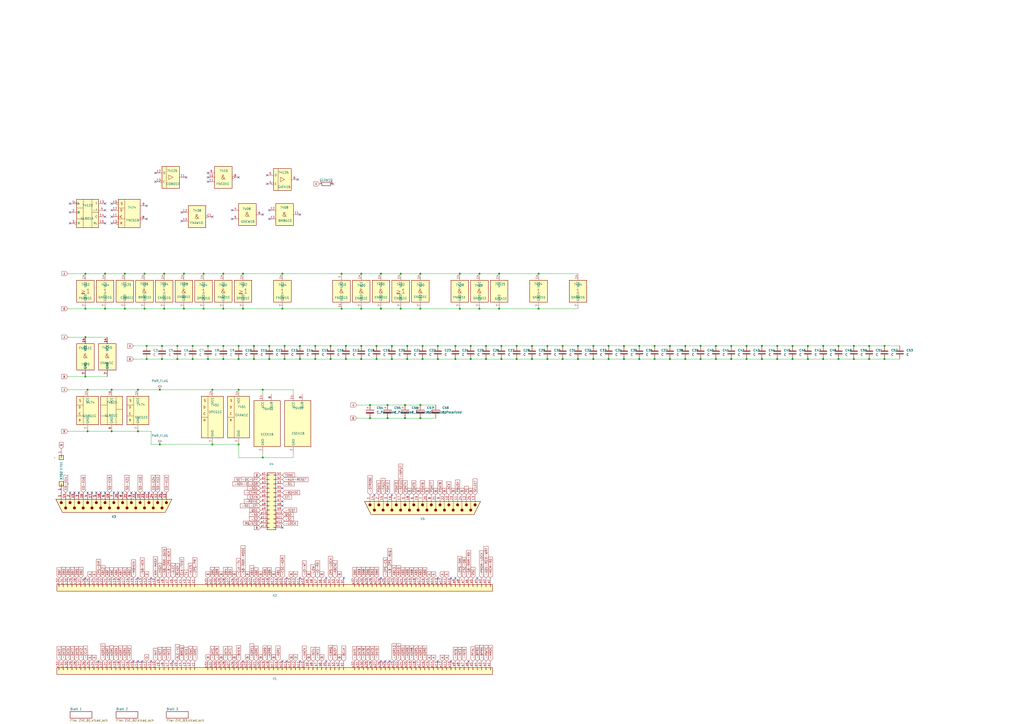
<source format=kicad_sch>
(kicad_sch (version 20231120) (generator "eeschema") (generator_version "8.0")
  (paper "A2")
  (lib_symbols
    (symbol "Connector:DB25_Plug" (pin_names (offset 1.016) hide)
      (property "Reference" "J" (at 0 34.29 0))
      (property "Value" "DB25_Plug" (at 0 -34.925 0))
      (symbol "DB25_Plug_1_1"
        (pin passive line (at -7.62 -30.48 0) (length 3.81) (name "1") (number "1"))
        (pin passive line (at -7.62 15.24 0) (length 3.81) (name "10") (number "10"))
        (pin passive line (at -7.62 20.32 0) (length 3.81) (name "11") (number "11"))
        (pin passive line (at -7.62 25.4 0) (length 3.81) (name "12") (number "12"))
        (pin passive line (at -7.62 30.48 0) (length 3.81) (name "13") (number "13"))
        (pin passive line (at -7.62 -27.94 0) (length 3.81) (name "P14") (number "14"))
        (pin passive line (at -7.62 -22.86 0) (length 3.81) (name "P15") (number "15"))
        (pin passive line (at -7.62 -17.78 0) (length 3.81) (name "P16") (number "16"))
        (pin passive line (at -7.62 -12.7 0) (length 3.81) (name "P17") (number "17"))
        (pin passive line (at -7.62 -7.62 0) (length 3.81) (name "P18") (number "18"))
        (pin passive line (at -7.62 -2.54 0) (length 3.81) (name "P19") (number "19"))
        (pin passive line (at -7.62 -25.4 0) (length 3.81) (name "2") (number "2"))
        (pin passive line (at -7.62 2.54 0) (length 3.81) (name "P20") (number "20"))
        (pin passive line (at -7.62 7.62 0) (length 3.81) (name "P21") (number "21"))
        (pin passive line (at -7.62 12.7 0) (length 3.81) (name "P22") (number "22"))
        (pin passive line (at -7.62 17.78 0) (length 3.81) (name "P23") (number "23"))
        (pin passive line (at -7.62 22.86 0) (length 3.81) (name "P24") (number "24"))
        (pin passive line (at -7.62 27.94 0) (length 3.81) (name "P25") (number "25"))
        (pin passive line (at -7.62 -20.32 0) (length 3.81) (name "3") (number "3"))
        (pin passive line (at -7.62 -15.24 0) (length 3.81) (name "4") (number "4"))
        (pin passive line (at -7.62 -10.16 0) (length 3.81) (name "5") (number "5"))
        (pin passive line (at -7.62 -5.08 0) (length 3.81) (name "6") (number "6"))
        (pin passive line (at -7.62 0 0) (length 3.81) (name "7") (number "7"))
        (pin passive line (at -7.62 5.08 0) (length 3.81) (name "8") (number "8"))
        (pin passive line (at -7.62 10.16 0) (length 3.81) (name "9") (number "9"))
      )
    )
    (symbol "Connector_Generic:Conn_01x01" (pin_names (offset 1.016) hide)
      (property "Reference" "J" (at 0 2.54 0))
      (property "Value" "Conn_01x01" (at 0 -2.54 0))
      (symbol "Conn_01x01_1_1"
        (pin passive line (at -5.08 0 0) (length 3.81) (name "Pin_1") (number "1"))
      )
    )
    (symbol "Connector_Generic:Conn_02x13_Row_Letter_First" (pin_names (offset 1.016) hide)
      (property "Reference" "J" (at 1.27 17.78 0))
      (property "Value" "Conn_02x13_Row_Letter_First" (at 1.27 -17.78 0))
      (symbol "Conn_02x13_Row_Letter_First_1_1"
        (pin passive line (at -5.08 15.24 0) (length 3.81) (name "Pin_a1") (number "a1"))
        (pin passive line (at -5.08 -7.62 0) (length 3.81) (name "Pin_a10") (number "a10"))
        (pin passive line (at -5.08 -10.16 0) (length 3.81) (name "Pin_a11") (number "a11"))
        (pin passive line (at -5.08 -12.7 0) (length 3.81) (name "Pin_a12") (number "a12"))
        (pin passive line (at -5.08 -15.24 0) (length 3.81) (name "Pin_a13") (number "a13"))
        (pin passive line (at -5.08 12.7 0) (length 3.81) (name "Pin_a2") (number "a2"))
        (pin passive line (at -5.08 10.16 0) (length 3.81) (name "Pin_a3") (number "a3"))
        (pin passive line (at -5.08 7.62 0) (length 3.81) (name "Pin_a4") (number "a4"))
        (pin passive line (at -5.08 5.08 0) (length 3.81) (name "Pin_a5") (number "a5"))
        (pin passive line (at -5.08 2.54 0) (length 3.81) (name "Pin_a6") (number "a6"))
        (pin passive line (at -5.08 0 0) (length 3.81) (name "Pin_a7") (number "a7"))
        (pin passive line (at -5.08 -2.54 0) (length 3.81) (name "Pin_a8") (number "a8"))
        (pin passive line (at -5.08 -5.08 0) (length 3.81) (name "Pin_a9") (number "a9"))
        (pin passive line (at 7.62 15.24 180) (length 3.81) (name "Pin_b1") (number "b1"))
        (pin passive line (at 7.62 -7.62 180) (length 3.81) (name "Pin_b10") (number "b10"))
        (pin passive line (at 7.62 -10.16 180) (length 3.81) (name "Pin_b11") (number "b11"))
        (pin passive line (at 7.62 -12.7 180) (length 3.81) (name "Pin_b12") (number "b12"))
        (pin passive line (at 7.62 -15.24 180) (length 3.81) (name "Pin_b13") (number "b13"))
        (pin passive line (at 7.62 12.7 180) (length 3.81) (name "Pin_b2") (number "b2"))
        (pin passive line (at 7.62 10.16 180) (length 3.81) (name "Pin_b3") (number "b3"))
        (pin passive line (at 7.62 7.62 180) (length 3.81) (name "Pin_b4") (number "b4"))
        (pin passive line (at 7.62 5.08 180) (length 3.81) (name "Pin_b5") (number "b5"))
        (pin passive line (at 7.62 2.54 180) (length 3.81) (name "Pin_b6") (number "b6"))
        (pin passive line (at 7.62 0 180) (length 3.81) (name "Pin_b7") (number "b7"))
        (pin passive line (at 7.62 -2.54 180) (length 3.81) (name "Pin_b8") (number "b8"))
        (pin passive line (at 7.62 -5.08 180) (length 3.81) (name "Pin_b9") (number "b9"))
      )
    )
    (symbol "Device:C" (pin_numbers hide) (pin_names (offset 0.254))
      (property "Reference" "C" (at 0.635 2.54 0))
      (property "Value" "C" (at 0.635 -2.54 0))
      (symbol "C_1_1"
        (pin passive line (at 0 3.81 270) (length 2.794) (name "~") (number "1"))
        (pin passive line (at 0 -3.81 90) (length 2.794) (name "~") (number "2"))
      )
    )
    (symbol "Device:C_Polarized" (pin_numbers hide) (pin_names (offset 0.254))
      (property "Reference" "C" (at 0.635 2.54 0))
      (property "Value" "C_Polarized" (at 0.635 -2.54 0))
      (symbol "C_Polarized_1_1"
        (pin passive line (at 0 3.81 270) (length 2.794) (name "~") (number "1"))
        (pin passive line (at 0 -3.81 90) (length 2.794) (name "~") (number "2"))
      )
    )
    (symbol "Device:R_Network07_Split" (pin_names (offset 0) hide)
      (property "Reference" "RN" (at 2.032 0 90))
      (property "Value" "R_Network07_Split" (at 0 0 90))
      (symbol "R_Network07_Split_0_1"
        (pin passive line (at 0 3.81 270) (length 1.27) (name "R1") (number "1"))
      )
      (symbol "R_Network07_Split_1_1"
        (pin passive line (at 0 -3.81 90) (length 1.27) (name "R1.2") (number "2"))
      )
      (symbol "R_Network07_Split_2_1"
        (pin passive line (at 0 -3.81 90) (length 1.27) (name "R2.2") (number "3"))
      )
      (symbol "R_Network07_Split_3_1"
        (pin passive line (at 0 -3.81 90) (length 1.27) (name "R3.2") (number "4"))
      )
      (symbol "R_Network07_Split_4_1"
        (pin passive line (at 0 -3.81 90) (length 1.27) (name "R4.2") (number "5"))
      )
      (symbol "R_Network07_Split_5_1"
        (pin passive line (at 0 -3.81 90) (length 1.27) (name "R5.2") (number "6"))
      )
      (symbol "R_Network07_Split_6_1"
        (pin passive line (at 0 -3.81 90) (length 1.27) (name "R6.2") (number "7"))
      )
      (symbol "R_Network07_Split_7_1"
        (pin passive line (at 0 -3.81 90) (length 1.27) (name "R7.2") (number "8"))
      )
    )
    (symbol "Robotron_Symbole:7400"
      (property "Reference" "U" (at 6.35 7.62 0))
      (property "Value" "7400" (at 5.08 -7.62 0))
      (symbol "7400_0_0"
        (text "&" (at 0 0 0) (effects (font (size 2.54 2.54))))
      )
      (symbol "7400_1_1"
        (pin input line (at -8.89 2.54 0) (length 3.81) (name "~") (number "1"))
        (pin input line (at -8.89 -2.54 0) (length 3.81) (name "~") (number "2"))
        (pin output inverted (at 8.89 0 180) (length 3.81) (name "~") (number "3"))
      )
      (symbol "7400_2_1"
        (pin input line (at -8.89 2.54 0) (length 3.81) (name "~") (number "4"))
        (pin input line (at -8.89 -2.54 0) (length 3.81) (name "~") (number "5"))
        (pin output inverted (at 8.89 0 180) (length 3.81) (name "~") (number "6"))
      )
      (symbol "7400_3_1"
        (pin input line (at -8.89 -2.54 0) (length 3.81) (name "~") (number "10"))
        (pin output inverted (at 8.89 0 180) (length 3.81) (name "~") (number "8"))
        (pin input line (at -8.89 2.54 0) (length 3.81) (name "~") (number "9"))
      )
      (symbol "7400_4_1"
        (pin output inverted (at 8.89 0 180) (length 3.81) (name "~") (number "11"))
        (pin input line (at -8.89 2.54 0) (length 3.81) (name "~") (number "12"))
        (pin input line (at -8.89 -2.54 0) (length 3.81) (name "~") (number "13"))
      )
      (symbol "7400_5_1"
        (pin power_in line (at 0 10.16 270) (length 3.81) (name "VCC") (number "14"))
        (pin power_in line (at 0 -10.16 90) (length 3.81) (name "GND") (number "7"))
      )
    )
    (symbol "Robotron_Symbole:7402"
      (property "Reference" "U" (at -2.794 -4.318 0))
      (property "Value" "7402" (at -0.254 3.81 0))
      (symbol "7402_0_0"
        (text ">1" (at 0 0 0) (effects (font (size 2.54 2.54))))
      )
      (symbol "7402_1_1"
        (pin output inverted (at 8.89 0 180) (length 3.81) (name "~") (number "1"))
        (pin input line (at -8.89 2.54 0) (length 3.81) (name "~") (number "2"))
        (pin input line (at -8.89 -2.54 0) (length 3.81) (name "~") (number "3"))
      )
      (symbol "7402_2_1"
        (pin output inverted (at 8.89 0 180) (length 3.81) (name "~") (number "4"))
        (pin input line (at -8.89 2.54 0) (length 3.81) (name "~") (number "5"))
        (pin input line (at -8.89 -2.54 0) (length 3.81) (name "~") (number "6"))
      )
      (symbol "7402_3_1"
        (pin output inverted (at 8.89 0 180) (length 3.81) (name "~") (number "10"))
        (pin input line (at -8.89 2.54 0) (length 3.81) (name "~") (number "8"))
        (pin input line (at -8.89 -2.54 0) (length 3.81) (name "~") (number "9"))
      )
      (symbol "7402_4_1"
        (pin input line (at -8.89 2.54 0) (length 3.81) (name "~") (number "11"))
        (pin input line (at -8.89 -2.54 0) (length 3.81) (name "~") (number "12"))
        (pin output inverted (at 8.89 0 180) (length 3.81) (name "~") (number "13"))
      )
      (symbol "7402_5_1"
        (pin power_in line (at 0 10.16 270) (length 3.81) (name "VCC") (number "14"))
        (pin power_in line (at 0 -10.16 90) (length 3.81) (name "GND") (number "7"))
      )
    )
    (symbol "Robotron_Symbole:7404"
      (property "Reference" "U" (at -3.556 -4.318 0))
      (property "Value" "7404" (at -0.508 3.81 0))
      (symbol "7404_0_0"
        (text "1" (at 0 0 0) (effects (font (size 2.54 2.54))))
      )
      (symbol "7404_1_1"
        (pin input line (at -8.89 0 0) (length 3.81) (name "~") (number "1"))
        (pin output inverted (at 8.89 0 180) (length 3.81) (name "~") (number "2"))
      )
      (symbol "7404_2_1"
        (pin input line (at -8.89 0 0) (length 3.81) (name "~") (number "3"))
        (pin output inverted (at 8.89 0 180) (length 3.81) (name "~") (number "4"))
      )
      (symbol "7404_3_1"
        (pin input line (at -8.89 0 0) (length 3.81) (name "~") (number "5"))
        (pin output inverted (at 8.89 0 180) (length 3.81) (name "~") (number "6"))
      )
      (symbol "7404_4_1"
        (pin output inverted (at 8.89 0 180) (length 3.81) (name "~") (number "8"))
        (pin input line (at -8.89 0 0) (length 3.81) (name "~") (number "9"))
      )
      (symbol "7404_5_1"
        (pin output inverted (at 8.89 0 180) (length 3.81) (name "~") (number "10"))
        (pin input line (at -8.89 0 0) (length 3.81) (name "~") (number "11"))
      )
      (symbol "7404_6_1"
        (pin output inverted (at 8.89 0 180) (length 3.81) (name "~") (number "12"))
        (pin input line (at -8.89 0 0) (length 3.81) (name "~") (number "13"))
      )
      (symbol "7404_7_1"
        (pin power_in line (at 0 10.16 270) (length 3.81) (name "VCC") (number "14"))
        (pin power_in line (at 0 -10.16 90) (length 3.81) (name "GND") (number "7"))
      )
    )
    (symbol "Robotron_Symbole:7408"
      (property "Reference" "U" (at 6.35 7.62 0))
      (property "Value" "7408" (at 5.08 -7.62 0))
      (symbol "7408_0_0"
        (text "&" (at 0 0 0) (effects (font (size 2.54 2.54))))
      )
      (symbol "7408_1_1"
        (pin input line (at -8.89 2.54 0) (length 3.81) (name "~") (number "1"))
        (pin input line (at -8.89 -2.54 0) (length 3.81) (name "~") (number "2"))
        (pin output line (at 8.89 0 180) (length 3.81) (name "~") (number "3"))
      )
      (symbol "7408_2_1"
        (pin input line (at -8.89 2.54 0) (length 3.81) (name "~") (number "4"))
        (pin input line (at -8.89 -2.54 0) (length 3.81) (name "~") (number "5"))
        (pin output line (at 8.89 0 180) (length 3.81) (name "~") (number "6"))
      )
      (symbol "7408_3_1"
        (pin input line (at -8.89 -2.54 0) (length 3.81) (name "~") (number "10"))
        (pin output line (at 8.89 0 180) (length 3.81) (name "~") (number "8"))
        (pin input line (at -8.89 2.54 0) (length 3.81) (name "~") (number "9"))
      )
      (symbol "7408_4_1"
        (pin output line (at 8.89 0 180) (length 3.81) (name "~") (number "11"))
        (pin input line (at -8.89 2.54 0) (length 3.81) (name "~") (number "12"))
        (pin input line (at -8.89 -2.54 0) (length 3.81) (name "~") (number "13"))
      )
      (symbol "7408_5_1"
        (pin power_in line (at 0 10.16 270) (length 3.81) (name "VCC") (number "14"))
        (pin power_in line (at 0 -10.16 90) (length 3.81) (name "GND") (number "7"))
      )
    )
    (symbol "Robotron_Symbole:7410"
      (property "Reference" "U" (at 6.35 7.62 0))
      (property "Value" "7410" (at 5.08 -7.62 0))
      (symbol "7410_0_0"
        (text "&" (at 0 0 0) (effects (font (size 2.54 2.54))))
      )
      (symbol "7410_1_1"
        (pin input line (at -8.89 2.54 0) (length 3.81) (name "~") (number "3"))
        (pin input line (at -8.89 0 0) (length 3.81) (name "~") (number "4"))
        (pin input line (at -8.89 -2.54 0) (length 3.81) (name "~") (number "5"))
        (pin output inverted (at 8.89 0 180) (length 3.81) (name "~") (number "6"))
      )
      (symbol "7410_2_1"
        (pin input line (at -8.89 2.54 0) (length 3.81) (name "~") (number "1"))
        (pin output inverted (at 8.89 0 180) (length 3.81) (name "~") (number "12"))
        (pin input line (at -8.89 -2.54 0) (length 3.81) (name "~") (number "13"))
        (pin input line (at -8.89 0 0) (length 3.81) (name "~") (number "2"))
      )
      (symbol "7410_3_1"
        (pin input line (at -8.89 0 0) (length 3.81) (name "~") (number "10"))
        (pin input line (at -8.89 2.54 0) (length 3.81) (name "~") (number "11"))
        (pin output inverted (at 8.89 0 180) (length 3.81) (name "~") (number "8"))
        (pin input line (at -8.89 -2.54 0) (length 3.81) (name "~") (number "9"))
      )
      (symbol "7410_4_1"
        (pin power_in line (at 0 10.16 270) (length 3.81) (name "VCC") (number "14"))
        (pin power_in line (at 0 -10.16 90) (length 3.81) (name "GND") (number "7"))
      )
    )
    (symbol "Robotron_Symbole:74123"
      (property "Reference" "U" (at 6.35 7.62 0))
      (property "Value" "74123" (at 2.794 -11.684 0))
      (symbol "74123_1_1"
        (pin input clock_low (at -8.89 3.81 0) (length 3.81) (name "A") (number "1"))
        (pin output line (at 11.43 3.81 180) (length 3.81) (name "F") (number "13"))
        (pin bidirectional line (at 11.43 -3.81 180) (length 3.81) (name "C") (number "14"))
        (pin bidirectional line (at 11.43 -7.62 180) (length 3.81) (name "RL") (number "15"))
        (pin input clock (at -8.89 -1.27 0) (length 3.81) (name "B") (number "2"))
        (pin input inverted (at -8.89 -7.62 0) (length 3.81) (name "R") (number "3"))
        (pin output line (at 11.43 0 180) (length 3.81) (name "-F") (number "4"))
      )
      (symbol "74123_2_1"
        (pin input clock (at -8.89 -1.27 0) (length 3.81) (name "B") (number "10"))
        (pin input inverted (at -8.89 -7.62 0) (length 3.81) (name "R") (number "11"))
        (pin output line (at 11.43 0 180) (length 3.81) (name "-F") (number "12"))
        (pin output line (at 11.43 3.81 180) (length 3.81) (name "F") (number "5"))
        (pin bidirectional line (at 11.43 -3.81 180) (length 3.81) (name "C") (number "6"))
        (pin bidirectional line (at 11.43 -7.62 180) (length 3.81) (name "RL") (number "7"))
        (pin input clock_low (at -8.89 3.81 0) (length 3.81) (name "A") (number "9"))
      )
      (symbol "74123_3_1"
        (pin power_in line (at 1.27 10.16 270) (length 3.81) (name "VCC") (number "16"))
        (pin power_in line (at 1.27 -13.97 90) (length 3.81) (name "GND") (number "8"))
      )
    )
    (symbol "Robotron_Symbole:74125"
      (property "Reference" "U" (at 6.35 7.62 0))
      (property "Value" "74125" (at 5.08 -7.62 0))
      (symbol "74125_1_1"
        (pin input inverted (at -8.89 -2.54 0) (length 3.81) (name "E") (number "1"))
        (pin input line (at -8.89 2.54 0) (length 3.81) (name "D") (number "2"))
        (pin tri_state line (at 8.89 0 180) (length 3.81) (name "") (number "3"))
      )
      (symbol "74125_2_1"
        (pin input inverted (at -8.89 -2.54 0) (length 3.81) (name "E") (number "4"))
        (pin input line (at -8.89 2.54 0) (length 3.81) (name "D") (number "5"))
        (pin tri_state line (at 8.89 0 180) (length 3.81) (name "") (number "6"))
      )
      (symbol "74125_3_1"
        (pin input inverted (at -8.89 -2.54 0) (length 3.81) (name "E") (number "10"))
        (pin tri_state line (at 8.89 0 180) (length 3.81) (name "") (number "8"))
        (pin input line (at -8.89 2.54 0) (length 3.81) (name "D") (number "9"))
      )
      (symbol "74125_4_1"
        (pin tri_state line (at 8.89 0 180) (length 3.81) (name "") (number "11"))
        (pin input line (at -8.89 2.54 0) (length 3.81) (name "D") (number "12"))
        (pin input inverted (at -8.89 -2.54 0) (length 3.81) (name "E") (number "13"))
      )
      (symbol "74125_5_1"
        (pin power_in line (at 0 10.16 270) (length 3.81) (name "VCC") (number "14"))
        (pin power_in line (at 0 -10.16 90) (length 3.81) (name "GND") (number "7"))
      )
    )
    (symbol "Robotron_Symbole:74140"
      (property "Reference" "U" (at 6.35 7.62 0))
      (property "Value" "74140" (at 3.302 -10.414 0))
      (symbol "74140_0_0"
        (text "&" (at 0 -0.762 0) (effects (font (size 2.54 2.54))))
      )
      (symbol "74140_1_1"
        (pin input line (at -8.89 2.54 0) (length 3.81) (name "~") (number "1"))
        (pin input line (at -8.89 2.54 0) (length 3.81) (name "~") (number "1"))
        (pin input line (at -8.89 0 0) (length 3.81) (name "~") (number "2"))
        (pin input line (at -8.89 0 0) (length 3.81) hide (name "~") (number "2"))
        (pin input line (at -8.89 -2.54 0) (length 3.81) (name "~") (number "4"))
        (pin input line (at -8.89 -5.08 0) (length 3.81) (name "~") (number "5"))
        (pin output inverted (at 8.89 -1.27 180) (length 3.81) (name "~") (number "6"))
      )
      (symbol "74140_2_1"
        (pin input line (at -8.89 0 0) (length 3.81) (name "~") (number "10"))
        (pin input line (at -8.89 -2.54 0) (length 3.81) (name "~") (number "12"))
        (pin input line (at -8.89 -5.08 0) (length 3.81) (name "~") (number "13"))
        (pin output inverted (at 8.89 -1.27 180) (length 3.81) (name "~") (number "8"))
        (pin input line (at -8.89 2.54 0) (length 3.81) (name "~") (number "9"))
      )
      (symbol "74140_3_1"
        (pin power_in line (at 0 10.16 270) (length 3.81) (name "VCC") (number "14"))
        (pin power_in line (at 0 10.16 270) (length 3.81) (name "VCC") (number "14"))
        (pin power_in line (at 0 10.16 270) (length 3.81) (name "VCC") (number "14"))
        (pin power_in line (at 0 -12.7 90) (length 3.81) (name "GND") (number "7"))
        (pin power_in line (at 0 -12.7 90) (length 3.81) (name "GND") (number "7"))
        (pin power_in line (at 0 -12.7 90) (length 3.81) (name "GND") (number "7"))
      )
    )
    (symbol "Robotron_Symbole:7420"
      (property "Reference" "U" (at 6.35 7.62 0))
      (property "Value" "7420" (at 3.302 -10.414 0))
      (symbol "7420_0_0"
        (text "&" (at 0 -0.762 0) (effects (font (size 2.54 2.54))))
      )
      (symbol "7420_1_1"
        (pin input line (at -8.89 2.54 0) (length 3.81) (name "~") (number "1"))
        (pin input line (at -8.89 2.54 0) (length 3.81) (name "~") (number "1"))
        (pin input line (at -8.89 0 0) (length 3.81) (name "~") (number "2"))
        (pin input line (at -8.89 0 0) (length 3.81) hide (name "~") (number "2"))
        (pin input line (at -8.89 -2.54 0) (length 3.81) (name "~") (number "4"))
        (pin input line (at -8.89 -5.08 0) (length 3.81) (name "~") (number "5"))
        (pin output inverted (at 8.89 -1.27 180) (length 3.81) (name "~") (number "6"))
      )
      (symbol "7420_2_1"
        (pin input line (at -8.89 0 0) (length 3.81) (name "~") (number "10"))
        (pin input line (at -8.89 -2.54 0) (length 3.81) (name "~") (number "12"))
        (pin input line (at -8.89 -5.08 0) (length 3.81) (name "~") (number "13"))
        (pin output inverted (at 8.89 -1.27 180) (length 3.81) (name "~") (number "8"))
        (pin input line (at -8.89 2.54 0) (length 3.81) (name "~") (number "9"))
      )
      (symbol "7420_3_1"
        (pin power_in line (at 0 10.16 270) (length 3.81) (name "VCC") (number "14"))
        (pin power_in line (at 0 10.16 270) (length 3.81) (name "VCC") (number "14"))
        (pin power_in line (at 0 10.16 270) (length 3.81) (name "VCC") (number "14"))
        (pin power_in line (at 0 -12.7 90) (length 3.81) (name "GND") (number "7"))
        (pin power_in line (at 0 -12.7 90) (length 3.81) (name "GND") (number "7"))
        (pin power_in line (at 0 -12.7 90) (length 3.81) (name "GND") (number "7"))
      )
    )
    (symbol "Robotron_Symbole:7438"
      (property "Reference" "U" (at 6.35 7.62 0))
      (property "Value" "7438" (at 5.08 -7.62 0))
      (symbol "7438_0_0"
        (text "&" (at 0 0 0) (effects (font (size 2.54 2.54))))
      )
      (symbol "7438_1_1"
        (pin input line (at -8.89 2.54 0) (length 3.81) (name "~") (number "1"))
        (pin input line (at -8.89 -2.54 0) (length 3.81) (name "~") (number "2"))
        (pin open_collector inverted (at 8.89 0 180) (length 3.81) (name "~") (number "3"))
      )
      (symbol "7438_2_1"
        (pin input line (at -8.89 2.54 0) (length 3.81) (name "~") (number "4"))
        (pin input line (at -8.89 -2.54 0) (length 3.81) (name "~") (number "5"))
        (pin open_collector inverted (at 8.89 0 180) (length 3.81) (name "~") (number "6"))
      )
      (symbol "7438_3_1"
        (pin input line (at -8.89 -2.54 0) (length 3.81) (name "~") (number "10"))
        (pin open_collector inverted (at 8.89 0 180) (length 3.81) (name "~") (number "8"))
        (pin input line (at -8.89 2.54 0) (length 3.81) (name "~") (number "9"))
      )
      (symbol "7438_4_1"
        (pin open_collector inverted (at 8.89 0 180) (length 3.81) (name "~") (number "11"))
        (pin input line (at -8.89 2.54 0) (length 3.81) (name "~") (number "12"))
        (pin input line (at -8.89 -2.54 0) (length 3.81) (name "~") (number "13"))
      )
      (symbol "7438_5_1"
        (pin power_in line (at 0 10.16 270) (length 3.81) (name "VCC") (number "14"))
        (pin power_in line (at 0 -10.16 90) (length 3.81) (name "GND") (number "7"))
      )
    )
    (symbol "Robotron_Symbole:7451"
      (property "Reference" "U" (at 6.35 7.62 0))
      (property "Value" "7451" (at 5.588 -19.05 0))
      (symbol "7451_1_1"
        (text "&A" (at -3.302 0.254 0) (effects (font (size 1.27 1.27))))
        (text "&B" (at -3.302 -12.192 0) (effects (font (size 1.27 1.27))))
        (text "1" (at 0.762 4.318 0) (effects (font (size 1.27 1.27))))
        (pin input line (at -8.89 2.54 0) (length 3.81) (name "") (number "2"))
        (pin input line (at -8.89 -1.27 0) (length 3.81) (name "") (number "3"))
        (pin input line (at -8.89 -10.16 0) (length 3.81) (name "") (number "4"))
        (pin input line (at -8.89 -13.97 0) (length 3.81) (name "") (number "5"))
        (pin output inverted (at 11.43 -5.08 180) (length 3.81) (name "~") (number "6"))
      )
      (symbol "7451_2_1"
        (text "&A" (at -3.302 -0.254 0) (effects (font (size 1.27 1.27))))
        (text "&B" (at -3.048 -11.684 0) (effects (font (size 1.27 1.27))))
        (text "1" (at 0.254 4.318 0) (effects (font (size 1.27 1.27))))
        (pin input line (at -8.89 -7.62 0) (length 3.81) (name "") (number "1"))
        (pin input line (at -8.89 0 0) (length 3.81) (name "") (number "10"))
        (pin input line (at -8.89 -3.81 0) (length 3.81) (name "~") (number "11"))
        (pin input line (at -8.89 -11.43 0) (length 3.81) (name "") (number "12"))
        (pin input line (at -8.89 -15.24 0) (length 3.81) (name "") (number "13"))
        (pin output inverted (at 11.43 -5.08 180) (length 3.81) (name "") (number "8"))
        (pin input line (at -8.89 3.81 0) (length 3.81) (name "") (number "9"))
      )
      (symbol "7451_3_1"
        (text "C" (at -3.302 -3.81 0) (effects (font (size 1.27 1.27))))
        (text "D" (at -3.302 0 0) (effects (font (size 1.27 1.27))))
        (text "R" (at -3.302 -7.62 0) (effects (font (size 1.27 1.27))))
        (text "S" (at -3.048 3.81 0) (effects (font (size 1.27 1.27))))
        (pin power_in line (at 1.27 10.16 270) (length 3.81) (name "VCC") (number "14"))
        (pin power_in line (at 1.27 -21.59 90) (length 3.81) (name "GND") (number "7"))
      )
    )
    (symbol "Robotron_Symbole:7474"
      (property "Reference" "U" (at 6.35 7.62 0))
      (property "Value" "7474" (at 5.588 -11.938 0))
      (symbol "7474_1_1"
        (text "C" (at -3.302 -3.81 0) (effects (font (size 1.27 1.27))))
        (text "D" (at -3.302 0 0) (effects (font (size 1.27 1.27))))
        (text "R" (at -3.302 -7.62 0) (effects (font (size 1.27 1.27))))
        (text "S" (at -3.048 3.81 0) (effects (font (size 1.27 1.27))))
        (pin input inverted (at -8.89 -7.62 0) (length 3.81) (name "~") (number "1"))
        (pin input line (at -8.89 0 0) (length 3.81) (name "~") (number "2"))
        (pin input clock (at -8.89 -3.81 0) (length 3.81) (name "~") (number "3"))
        (pin input inverted (at -8.89 3.81 0) (length 3.81) (name "~") (number "4"))
        (pin output line (at 11.43 2.54 180) (length 3.81) (name "~") (number "5"))
        (pin output inverted (at 11.43 -5.08 180) (length 3.81) (name "~") (number "6"))
      )
      (symbol "7474_2_1"
        (text "C" (at -3.302 -3.81 0) (effects (font (size 1.27 1.27))))
        (text "D" (at -3.302 0 0) (effects (font (size 1.27 1.27))))
        (text "R" (at -3.302 -7.62 0) (effects (font (size 1.27 1.27))))
        (text "S" (at -3.048 3.81 0) (effects (font (size 1.27 1.27))))
        (pin input inverted (at -8.89 3.81 0) (length 3.81) (name "~") (number "10"))
        (pin input clock (at -8.89 -3.81 0) (length 3.81) (name "~") (number "11"))
        (pin input line (at -8.89 0 0) (length 3.81) (name "~") (number "12"))
        (pin input inverted (at -8.89 -7.62 0) (length 3.81) (name "~") (number "13"))
        (pin output inverted (at 11.43 -5.08 180) (length 3.81) (name "~") (number "8"))
        (pin output line (at 11.43 2.54 180) (length 3.81) (name "~") (number "9"))
      )
      (symbol "7474_3_1"
        (text "C" (at -3.302 -3.81 0) (effects (font (size 1.27 1.27))))
        (text "D" (at -3.302 0 0) (effects (font (size 1.27 1.27))))
        (text "R" (at -3.302 -7.62 0) (effects (font (size 1.27 1.27))))
        (text "S" (at -3.048 3.81 0) (effects (font (size 1.27 1.27))))
        (pin power_in line (at 1.27 10.16 270) (length 3.81) (name "VCC") (number "14"))
        (pin power_in line (at 1.27 -13.97 90) (length 3.81) (name "GND") (number "7"))
      )
    )
    (symbol "Robotron_Symbole:75450"
      (property "Reference" "U" (at 2.286 3.302 0))
      (property "Value" "75450" (at 3.048 -17.018 0))
      (symbol "75450_1_1"
        (pin input line (at -8.89 -1.27 0) (length 3.81) (name "G") (number "1"))
        (pin output line (at 13.97 -13.97 180) (length 3.81) (name "2C") (number "10"))
        (pin input line (at -8.89 -16.51 0) (length 3.81) (name "2B") (number "11"))
        (pin output inverted (at 13.97 -1.27 180) (length 3.81) (name "2Y") (number "12"))
        (pin input line (at -8.89 -6.35 0) (length 3.81) (name "2A") (number "13"))
        (pin input line (at -8.89 3.81 0) (length 3.81) (name "1A") (number "2"))
        (pin output inverted (at 13.97 3.81 180) (length 3.81) (name "1Y") (number "3"))
        (pin input line (at -8.89 -11.43 0) (length 3.81) (name "1B") (number "4"))
        (pin output line (at 13.97 -6.35 180) (length 3.81) (name "1C") (number "5"))
        (pin output line (at 13.97 -10.16 180) (length 3.81) (name "1E") (number "6"))
        (pin output line (at 13.97 -17.78 180) (length 3.81) (name "2E") (number "9"))
      )
      (symbol "75450_2_1"
        (pin power_in line (at 0 10.16 270) (length 3.81) (name "UCC") (number "14"))
        (pin power_in line (at 0 -24.13 90) (length 3.81) (name "GND") (number "7"))
        (pin free line (at 5.08 10.16 270) (length 3.81) (name "SUB") (number "8"))
      )
    )
    (symbol "Robotron_Symbole:DIN41612_ABC" (pin_names (offset 1.016) hide)
      (property "Reference" "X1" (at 5.08 -86.995 90))
      (property "Value" "DIN41612_03x32_ABC" (at 7.62 -86.995 90))
      (symbol "DIN41612_ABC_1_1"
        (pin passive line (at -5.08 38.1 0) (length 3.81) (name "Pin_a1") (number "a1"))
        (pin passive line (at -5.08 15.24 0) (length 3.81) (name "Pin_a10") (number "a10"))
        (pin passive line (at -5.08 12.7 0) (length 3.81) (name "Pin_a11") (number "a11"))
        (pin passive line (at -5.08 10.16 0) (length 3.81) (name "Pin_a12") (number "a12"))
        (pin passive line (at -5.08 7.62 0) (length 3.81) (name "Pin_a13") (number "a13"))
        (pin passive line (at -5.08 5.08 0) (length 3.81) (name "Pin_a14") (number "a14"))
        (pin passive line (at -5.08 2.54 0) (length 3.81) (name "Pin_a15") (number "a15"))
        (pin passive line (at -5.08 0 0) (length 3.81) (name "Pin_a16") (number "a16"))
        (pin passive line (at -5.08 -2.54 0) (length 3.81) (name "Pin_a17") (number "a17"))
        (pin passive line (at -5.08 -5.08 0) (length 3.81) (name "Pin_a18") (number "a18"))
        (pin passive line (at -5.08 -7.62 0) (length 3.81) (name "Pin_a19") (number "a19"))
        (pin passive line (at -5.08 35.56 0) (length 3.81) (name "Pin_a2") (number "a2"))
        (pin passive line (at -5.08 -10.16 0) (length 3.81) (name "Pin_a20") (number "a20"))
        (pin passive line (at -5.08 -12.7 0) (length 3.81) (name "Pin_a21") (number "a21"))
        (pin passive line (at -5.08 -15.24 0) (length 3.81) (name "Pin_a22") (number "a22"))
        (pin passive line (at -5.08 -17.78 0) (length 3.81) (name "Pin_a23") (number "a23"))
        (pin passive line (at -5.08 -20.32 0) (length 3.81) (name "Pin_a24") (number "a24"))
        (pin passive line (at -5.08 -22.86 0) (length 3.81) (name "Pin_a25") (number "a25"))
        (pin passive line (at -5.08 -25.4 0) (length 3.81) (name "Pin_a26") (number "a26"))
        (pin passive line (at -5.08 -27.94 0) (length 3.81) (name "Pin_a27") (number "a27"))
        (pin passive line (at -5.08 -30.48 0) (length 3.81) (name "Pin_a28") (number "a28"))
        (pin passive line (at -5.08 -33.02 0) (length 3.81) (name "Pin_a29") (number "a29"))
        (pin passive line (at -5.08 33.02 0) (length 3.81) (name "Pin_a3") (number "a3"))
        (pin passive line (at -5.08 -35.56 0) (length 3.81) (name "Pin_a30") (number "a30"))
        (pin passive line (at -5.08 -38.1 0) (length 3.81) (name "Pin_a31") (number "a31"))
        (pin passive line (at -5.08 -40.64 0) (length 3.81) (name "Pin_a32") (number "a32"))
        (pin passive line (at -5.08 30.48 0) (length 3.81) (name "Pin_a4") (number "a4"))
        (pin passive line (at -5.08 27.94 0) (length 3.81) (name "Pin_a5") (number "a5"))
        (pin passive line (at -5.08 25.4 0) (length 3.81) (name "Pin_a6") (number "a6"))
        (pin passive line (at -5.08 22.86 0) (length 3.81) (name "Pin_a7") (number "a7"))
        (pin passive line (at -5.08 20.32 0) (length 3.81) (name "Pin_a8") (number "a8"))
        (pin passive line (at -5.08 17.78 0) (length 3.81) (name "Pin_a9") (number "a9"))
        (pin passive line (at -5.08 -46.99 0) (length 3.81) (name "Pin_b1") (number "b1"))
        (pin passive line (at -5.08 -69.85 0) (length 3.81) (name "Pin_b10") (number "b10"))
        (pin passive line (at -5.08 -72.39 0) (length 3.81) (name "Pin_b11") (number "b11"))
        (pin passive line (at -5.08 -74.93 0) (length 3.81) (name "Pin_b12") (number "b12"))
        (pin passive line (at -5.08 -77.47 0) (length 3.81) (name "Pin_b13") (number "b13"))
        (pin passive line (at -5.08 -80.01 0) (length 3.81) (name "Pin_b14") (number "b14"))
        (pin passive line (at -5.08 -82.55 0) (length 3.81) (name "Pin_b15") (number "b15"))
        (pin passive line (at -5.08 -85.09 0) (length 3.81) (name "Pin_b16") (number "b16"))
        (pin passive line (at -5.08 -87.63 0) (length 3.81) (name "Pin_b17") (number "b17"))
        (pin passive line (at -5.08 -90.17 0) (length 3.81) (name "Pin_b18") (number "b18"))
        (pin passive line (at -5.08 -92.71 0) (length 3.81) (name "Pin_b19") (number "b19"))
        (pin passive line (at -5.08 -49.53 0) (length 3.81) (name "Pin_b2") (number "b2"))
        (pin passive line (at -5.08 -95.25 0) (length 3.81) (name "Pin_b20") (number "b20"))
        (pin passive line (at -5.08 -97.79 0) (length 3.81) (name "Pin_b21") (number "b21"))
        (pin passive line (at -5.08 -100.33 0) (length 3.81) (name "Pin_b22") (number "b22"))
        (pin passive line (at -5.08 -102.87 0) (length 3.81) (name "Pin_b23") (number "b23"))
        (pin passive line (at -5.08 -105.41 0) (length 3.81) (name "Pin_b24") (number "b24"))
        (pin passive line (at -5.08 -107.95 0) (length 3.81) (name "Pin_b25") (number "b25"))
        (pin passive line (at -5.08 -110.49 0) (length 3.81) (name "Pin_b26") (number "b26"))
        (pin passive line (at -5.08 -113.03 0) (length 3.81) (name "Pin_b27") (number "b27"))
        (pin passive line (at -5.08 -115.57 0) (length 3.81) (name "Pin_b28") (number "b28"))
        (pin passive line (at -5.08 -118.11 0) (length 3.81) (name "Pin_b29") (number "b29"))
        (pin passive line (at -5.08 -52.07 0) (length 3.81) (name "Pin_b3") (number "b3"))
        (pin passive line (at -5.08 -120.65 0) (length 3.81) (name "Pin_b30") (number "b30"))
        (pin passive line (at -5.08 -123.19 0) (length 3.81) (name "Pin_b31") (number "b31"))
        (pin passive line (at -5.08 -125.73 0) (length 3.81) (name "Pin_b32") (number "b32"))
        (pin passive line (at -5.08 -54.61 0) (length 3.81) (name "Pin_b4") (number "b4"))
        (pin passive line (at -5.08 -57.15 0) (length 3.81) (name "Pin_b5") (number "b5"))
        (pin passive line (at -5.08 -59.69 0) (length 3.81) (name "Pin_b6") (number "b6"))
        (pin passive line (at -5.08 -62.23 0) (length 3.81) (name "Pin_b7") (number "b7"))
        (pin passive line (at -5.08 -64.77 0) (length 3.81) (name "Pin_b8") (number "b8"))
        (pin passive line (at -5.08 -67.31 0) (length 3.81) (name "Pin_b9") (number "b9"))
        (pin passive line (at -5.08 -133.35 0) (length 3.81) (name "Pin_c1") (number "c1"))
        (pin passive line (at -5.08 -156.21 0) (length 3.81) (name "Pin_c10") (number "c10"))
        (pin passive line (at -5.08 -158.75 0) (length 3.81) (name "Pin_c11") (number "c11"))
        (pin passive line (at -5.08 -161.29 0) (length 3.81) (name "Pin_c12") (number "c12"))
        (pin passive line (at -5.08 -163.83 0) (length 3.81) (name "Pin_c13") (number "c13"))
        (pin passive line (at -5.08 -166.37 0) (length 3.81) (name "Pin_c14") (number "c14"))
        (pin passive line (at -5.08 -168.91 0) (length 3.81) (name "Pin_c15") (number "c15"))
        (pin passive line (at -5.08 -171.45 0) (length 3.81) (name "Pin_c16") (number "c16"))
        (pin passive line (at -5.08 -173.99 0) (length 3.81) (name "Pin_c17") (number "c17"))
        (pin passive line (at -5.08 -176.53 0) (length 3.81) (name "Pin_c18") (number "c18"))
        (pin passive line (at -5.08 -179.07 0) (length 3.81) (name "Pin_c19") (number "c19"))
        (pin passive line (at -5.08 -135.89 0) (length 3.81) (name "Pin_c2") (number "c2"))
        (pin passive line (at -5.08 -181.61 0) (length 3.81) (name "Pin_c20") (number "c20"))
        (pin passive line (at -5.08 -184.15 0) (length 3.81) (name "Pin_c21") (number "c21"))
        (pin passive line (at -5.08 -186.69 0) (length 3.81) (name "Pin_c22") (number "c22"))
        (pin passive line (at -5.08 -189.23 0) (length 3.81) (name "Pin_c23") (number "c23"))
        (pin passive line (at -5.08 -191.77 0) (length 3.81) (name "Pin_c24") (number "c24"))
        (pin passive line (at -5.08 -194.31 0) (length 3.81) (name "Pin_c25") (number "c25"))
        (pin passive line (at -5.08 -196.85 0) (length 3.81) (name "Pin_c26") (number "c26"))
        (pin passive line (at -5.08 -199.39 0) (length 3.81) (name "Pin_c27") (number "c27"))
        (pin passive line (at -5.08 -201.93 0) (length 3.81) (name "Pin_c28") (number "c28"))
        (pin passive line (at -5.08 -204.47 0) (length 3.81) (name "Pin_c29") (number "c29"))
        (pin passive line (at -5.08 -138.43 0) (length 3.81) (name "Pin_c3") (number "c3"))
        (pin passive line (at -5.08 -207.01 0) (length 3.81) (name "Pin_c30") (number "c30"))
        (pin passive line (at -5.08 -209.55 0) (length 3.81) (name "Pin_c31") (number "c31"))
        (pin passive line (at -5.08 -212.09 0) (length 3.81) (name "Pin_c32") (number "c32"))
        (pin passive line (at -5.08 -140.97 0) (length 3.81) (name "Pin_c4") (number "c4"))
        (pin passive line (at -5.08 -143.51 0) (length 3.81) (name "Pin_c5") (number "c5"))
        (pin passive line (at -5.08 -146.05 0) (length 3.81) (name "Pin_c6") (number "c6"))
        (pin passive line (at -5.08 -148.59 0) (length 3.81) (name "Pin_c7") (number "c7"))
        (pin passive line (at -5.08 -151.13 0) (length 3.81) (name "Pin_c8") (number "c8"))
        (pin passive line (at -5.08 -153.67 0) (length 3.81) (name "Pin_c9") (number "c9"))
      )
    )
    (symbol "power:PWR_FLAG" (power) (pin_numbers hide) (pin_names (offset 0) hide)
      (property "Value" "PWR_FLAG" (at 0 3.81 0))
      (symbol "PWR_FLAG_0_0"
        (pin power_out line (at 0 0 90) (length 0) (name "~") (number "1"))
      )
    )
  )
  (junction (at 129.54 200.66))
  (junction (at 49.53 195.58))
  (junction (at 278.13 158.75))
  (junction (at 60.96 179.07))
  (junction (at 245.11 200.66))
  (junction (at 243.84 179.07))
  (junction (at 234.95 234.95))
  (junction (at 308.61 208.28))
  (junction (at 214.63 242.57))
  (junction (at 379.73 200.66))
  (junction (at 397.51 200.66))
  (junction (at 361.95 208.28))
  (junction (at 49.53 158.75))
  (junction (at 64.77 250.19))
  (junction (at 290.83 200.66))
  (junction (at 152.4 226.06))
  (junction (at 72.39 158.75))
  (junction (at 254 208.28))
  (junction (at 214.63 234.95))
  (junction (at 220.98 158.75))
  (junction (at 120.65 200.66))
  (junction (at 370.84 200.66))
  (junction (at 123.19 257.81))
  (junction (at 486.41 200.66))
  (junction (at 182.88 200.66))
  (junction (at 477.52 200.66))
  (junction (at 93.98 200.66))
  (junction (at 118.11 158.75))
  (junction (at 317.5 200.66))
  (junction (at 85.09 208.28))
  (junction (at 163.83 158.75))
  (junction (at 191.77 200.66))
  (junction (at 50.8 226.06))
  (junction (at 50.8 250.19))
  (junction (at 459.74 200.66))
  (junction (at 95.25 179.07))
  (junction (at 200.66 200.66))
  (junction (at 433.07 200.66))
  (junction (at 92.71 257.81))
  (junction (at 477.52 208.28))
  (junction (at 243.84 242.57))
  (junction (at 173.99 208.28))
  (junction (at 441.96 200.66))
  (junction (at 504.19 200.66))
  (junction (at 209.55 179.07))
  (junction (at 227.33 208.28))
  (junction (at 49.53 218.44))
  (junction (at 156.21 208.28))
  (junction (at 224.79 242.57))
  (junction (at 83.82 158.75))
  (junction (at 129.54 208.28))
  (junction (at 106.68 179.07))
  (junction (at 95.25 158.75))
  (junction (at 198.12 179.07))
  (junction (at 220.98 179.07))
  (junction (at 388.62 208.28))
  (junction (at 64.77 226.06))
  (junction (at 102.87 200.66))
  (junction (at 49.53 179.07))
  (junction (at 361.95 200.66))
  (junction (at 209.55 208.28))
  (junction (at 106.68 158.75))
  (junction (at 326.39 208.28))
  (junction (at 289.56 179.07))
  (junction (at 165.1 200.66))
  (junction (at 379.73 208.28))
  (junction (at 243.84 158.75))
  (junction (at 209.55 200.66))
  (junction (at 218.44 200.66))
  (junction (at 236.22 200.66))
  (junction (at 198.12 158.75))
  (junction (at 353.06 200.66))
  (junction (at 60.96 158.75))
  (junction (at 232.41 179.07))
  (junction (at 504.19 208.28))
  (junction (at 308.61 200.66))
  (junction (at 468.63 208.28))
  (junction (at 450.85 200.66))
  (junction (at 200.66 208.28))
  (junction (at 165.1 208.28))
  (junction (at 299.72 208.28))
  (junction (at 85.09 200.66))
  (junction (at 123.19 226.06))
  (junction (at 299.72 200.66))
  (junction (at 441.96 208.28))
  (junction (at 278.13 179.07))
  (junction (at 236.22 208.28))
  (junction (at 80.01 250.19))
  (junction (at 245.11 208.28))
  (junction (at 415.29 208.28))
  (junction (at 156.21 200.66))
  (junction (at 326.39 200.66))
  (junction (at 102.87 208.28))
  (junction (at 147.32 208.28))
  (junction (at 513.08 200.66))
  (junction (at 415.29 200.66))
  (junction (at 72.39 179.07))
  (junction (at 224.79 234.95))
  (junction (at 266.7 158.75))
  (junction (at 335.28 200.66))
  (junction (at 266.7 179.07))
  (junction (at 495.3 208.28))
  (junction (at 344.17 200.66))
  (junction (at 234.95 242.57))
  (junction (at 281.94 200.66))
  (junction (at 129.54 179.07))
  (junction (at 450.85 208.28))
  (junction (at 129.54 158.75))
  (junction (at 138.43 200.66))
  (junction (at 459.74 208.28))
  (junction (at 289.56 158.75))
  (junction (at 486.41 208.28))
  (junction (at 468.63 200.66))
  (junction (at 191.77 208.28))
  (junction (at 433.07 208.28))
  (junction (at 232.41 158.75))
  (junction (at 273.05 208.28))
  (junction (at 424.18 208.28))
  (junction (at 397.51 208.28))
  (junction (at 290.83 208.28))
  (junction (at 243.84 234.95))
  (junction (at 140.97 179.07))
  (junction (at 406.4 208.28))
  (junction (at 118.11 179.07))
  (junction (at 344.17 208.28))
  (junction (at 138.43 257.81))
  (junction (at 182.88 208.28))
  (junction (at 317.5 208.28))
  (junction (at 227.33 200.66))
  (junction (at 335.28 208.28))
  (junction (at 111.76 200.66))
  (junction (at 513.08 208.28))
  (junction (at 254 200.66))
  (junction (at 80.01 226.06))
  (junction (at 312.42 179.07))
  (junction (at 388.62 200.66))
  (junction (at 218.44 208.28))
  (junction (at 424.18 200.66))
  (junction (at 406.4 200.66))
  (junction (at 120.65 208.28))
  (junction (at 264.16 200.66))
  (junction (at 152.4 265.43))
  (junction (at 140.97 158.75))
  (junction (at 281.94 208.28))
  (junction (at 312.42 158.75))
  (junction (at 138.43 208.28))
  (junction (at 147.32 200.66))
  (junction (at 173.99 200.66))
  (junction (at 138.43 226.06))
  (junction (at 83.82 179.07))
  (junction (at 93.98 208.28))
  (junction (at 370.84 208.28))
  (junction (at 273.05 200.66))
  (junction (at 111.76 208.28))
  (junction (at 264.16 208.28))
  (junction (at 163.83 179.07))
  (junction (at 495.3 200.66))
  (junction (at 209.55 158.75))
  (junction (at 92.71 226.06))
  (junction (at 353.06 208.28))
  (no_connect (at 87.63 383.54))
  (no_connect (at 58.42 285.75))
  (no_connect (at 64.77 129.54))
  (no_connect (at 163.83 293.37))
  (no_connect (at 193.04 106.68))
  (no_connect (at 140.97 383.54))
  (no_connect (at 40.64 118.11))
  (no_connect (at 107.95 102.87))
  (no_connect (at 60.96 121.92))
  (no_connect (at 154.94 101.6))
  (no_connect (at 60.96 129.54))
  (no_connect (at 138.43 102.87))
  (no_connect (at 220.98 335.28))
  (no_connect (at 156.21 127))
  (no_connect (at 152.4 124.46))
  (no_connect (at 40.64 285.75))
  (no_connect (at 173.99 335.28))
  (no_connect (at 199.39 335.28))
  (no_connect (at 43.18 285.75))
  (no_connect (at 60.96 285.75))
  (no_connect (at 156.21 121.92))
  (no_connect (at 134.62 121.92))
  (no_connect (at 173.99 124.46))
  (no_connect (at 50.8 285.75))
  (no_connect (at 57.15 383.54))
  (no_connect (at 55.88 285.75))
  (no_connect (at 53.34 285.75))
  (no_connect (at 85.09 127))
  (no_connect (at 227.33 287.02))
  (no_connect (at 254 383.54))
  (no_connect (at 64.77 121.92))
  (no_connect (at 80.01 335.28))
  (no_connect (at 90.17 105.41))
  (no_connect (at 217.17 287.02))
  (no_connect (at 100.33 383.54))
  (no_connect (at 120.65 100.33))
  (no_connect (at 154.94 106.68))
  (no_connect (at 71.12 285.75))
  (no_connect (at 68.58 285.75))
  (no_connect (at 78.74 285.75))
  (no_connect (at 86.36 285.75))
  (no_connect (at 85.09 119.38))
  (no_connect (at 261.62 383.54))
  (no_connect (at 173.99 383.54))
  (no_connect (at 172.72 104.14))
  (no_connect (at 166.37 335.28))
  (no_connect (at 66.04 285.75))
  (no_connect (at 45.72 285.75))
  (no_connect (at 254 335.28))
  (no_connect (at 93.98 285.75))
  (no_connect (at 189.23 383.54))
  (no_connect (at 105.41 128.27))
  (no_connect (at 60.96 118.11))
  (no_connect (at 271.78 383.54))
  (no_connect (at 49.53 335.28))
  (no_connect (at 123.19 125.73))
  (no_connect (at 83.82 285.75))
  (no_connect (at 223.52 383.54))
  (no_connect (at 189.23 335.28))
  (no_connect (at 120.65 102.87))
  (no_connect (at 163.83 383.54))
  (no_connect (at 40.64 129.54))
  (no_connect (at 276.86 335.28))
  (no_connect (at 60.96 125.73))
  (no_connect (at 166.37 383.54))
  (no_connect (at 77.47 383.54))
  (no_connect (at 163.83 306.07))
  (no_connect (at 120.65 105.41))
  (no_connect (at 220.98 383.54))
  (no_connect (at 64.77 118.11))
  (no_connect (at 76.2 285.75))
  (no_connect (at 163.83 290.83))
  (no_connect (at 87.63 335.28))
  (no_connect (at 163.83 283.21))
  (no_connect (at 80.01 383.54))
  (no_connect (at 134.62 127))
  (no_connect (at 264.16 335.28))
  (no_connect (at 40.64 123.19))
  (no_connect (at 82.55 383.54))
  (no_connect (at 90.17 100.33))
  (no_connect (at 261.62 335.28))
  (no_connect (at 226.06 383.54))
  (no_connect (at 64.77 125.73))
  (no_connect (at 105.41 123.19))
  (wire (pts (xy 273.05 200.66) (xy 281.94 200.66)))
  (wire (pts (xy 344.17 208.28) (xy 353.06 208.28)))
  (wire (pts (xy 344.17 200.66) (xy 353.06 200.66)))
  (wire (pts (xy 243.84 242.57) (xy 252.73 242.57)))
  (wire (pts (xy 266.7 179.07) (xy 278.13 179.07)))
  (wire (pts (xy 224.79 242.57) (xy 234.95 242.57)))
  (wire (pts (xy 299.72 200.66) (xy 308.61 200.66)))
  (wire (pts (xy 111.76 200.66) (xy 120.65 200.66)))
  (wire (pts (xy 64.77 226.06) (xy 80.01 226.06)))
  (wire (pts (xy 152.4 262.89) (xy 152.4 265.43)))
  (wire (pts (xy 317.5 208.28) (xy 326.39 208.28)))
  (wire (pts (xy 85.09 208.28) (xy 93.98 208.28)))
  (wire (pts (xy 227.33 200.66) (xy 236.22 200.66)))
  (wire (pts (xy 138.43 208.28) (xy 147.32 208.28)))
  (wire (pts (xy 266.7 158.75) (xy 278.13 158.75)))
  (wire (pts (xy 147.32 208.28) (xy 156.21 208.28)))
  (wire (pts (xy 95.25 158.75) (xy 106.68 158.75)))
  (wire (pts (xy 397.51 200.66) (xy 406.4 200.66)))
  (wire (pts (xy 170.18 228.6) (xy 170.18 226.06)))
  (wire (pts (xy 370.84 208.28) (xy 379.73 208.28)))
  (wire (pts (xy 120.65 208.28) (xy 129.54 208.28)))
  (wire (pts (xy 209.55 200.66) (xy 218.44 200.66)))
  (wire (pts (xy 254 208.28) (xy 264.16 208.28)))
  (wire (pts (xy 207.01 242.57) (xy 214.63 242.57)))
  (wire (pts (xy 49.53 179.07) (xy 60.96 179.07)))
  (wire (pts (xy 312.42 179.07) (xy 335.28 179.07)))
  (wire (pts (xy 388.62 200.66) (xy 397.51 200.66)))
  (wire (pts (xy 49.53 158.75) (xy 60.96 158.75)))
  (wire (pts (xy 191.77 200.66) (xy 200.66 200.66)))
  (wire (pts (xy 163.83 179.07) (xy 198.12 179.07)))
  (wire (pts (xy 264.16 208.28) (xy 273.05 208.28)))
  (wire (pts (xy 72.39 179.07) (xy 83.82 179.07)))
  (wire (pts (xy 450.85 200.66) (xy 459.74 200.66)))
  (wire (pts (xy 459.74 208.28) (xy 468.63 208.28)))
  (wire (pts (xy 39.37 250.19) (xy 50.8 250.19)))
  (wire (pts (xy 147.32 200.66) (xy 156.21 200.66)))
  (wire (pts (xy 106.68 158.75) (xy 118.11 158.75)))
  (wire (pts (xy 200.66 208.28) (xy 209.55 208.28)))
  (wire (pts (xy 39.37 179.07) (xy 49.53 179.07)))
  (wire (pts (xy 92.71 257.81) (xy 123.19 257.81)))
  (wire (pts (xy 290.83 208.28) (xy 299.72 208.28)))
  (wire (pts (xy 379.73 200.66) (xy 388.62 200.66)))
  (wire (pts (xy 182.88 208.28) (xy 191.77 208.28)))
  (wire (pts (xy 245.11 200.66) (xy 254 200.66)))
  (wire (pts (xy 170.18 226.06) (xy 152.4 226.06)))
  (wire (pts (xy 77.47 200.66) (xy 85.09 200.66)))
  (wire (pts (xy 433.07 208.28) (xy 441.96 208.28)))
  (wire (pts (xy 273.05 208.28) (xy 281.94 208.28)))
  (wire (pts (xy 191.77 208.28) (xy 200.66 208.28)))
  (wire (pts (xy 245.11 208.28) (xy 254 208.28)))
  (wire (pts (xy 64.77 250.19) (xy 80.01 250.19)))
  (wire (pts (xy 227.33 208.28) (xy 236.22 208.28)))
  (wire (pts (xy 207.01 234.95) (xy 214.63 234.95)))
  (wire (pts (xy 129.54 179.07) (xy 140.97 179.07)))
  (wire (pts (xy 92.71 226.06) (xy 123.19 226.06)))
  (wire (pts (xy 49.53 218.44) (xy 62.23 218.44)))
  (wire (pts (xy 495.3 200.66) (xy 504.19 200.66)))
  (wire (pts (xy 140.97 179.07) (xy 163.83 179.07)))
  (wire (pts (xy 450.85 208.28) (xy 459.74 208.28)))
  (wire (pts (xy 111.76 208.28) (xy 120.65 208.28)))
  (wire (pts (xy 182.88 200.66) (xy 191.77 200.66)))
  (wire (pts (xy 39.37 195.58) (xy 49.53 195.58)))
  (wire (pts (xy 234.95 242.57) (xy 243.84 242.57)))
  (wire (pts (xy 156.21 200.66) (xy 165.1 200.66)))
  (wire (pts (xy 415.29 208.28) (xy 424.18 208.28)))
  (wire (pts (xy 264.16 200.66) (xy 273.05 200.66)))
  (wire (pts (xy 353.06 200.66) (xy 361.95 200.66)))
  (wire (pts (xy 140.97 158.75) (xy 163.83 158.75)))
  (wire (pts (xy 118.11 158.75) (xy 129.54 158.75)))
  (wire (pts (xy 278.13 158.75) (xy 289.56 158.75)))
  (wire (pts (xy 379.73 208.28) (xy 388.62 208.28)))
  (wire (pts (xy 209.55 208.28) (xy 218.44 208.28)))
  (wire (pts (xy 397.51 208.28) (xy 406.4 208.28)))
  (wire (pts (xy 87.63 257.81) (xy 87.63 250.19)))
  (wire (pts (xy 370.84 200.66) (xy 379.73 200.66)))
  (wire (pts (xy 468.63 200.66) (xy 477.52 200.66)))
  (wire (pts (xy 495.3 208.28) (xy 504.19 208.28)))
  (wire (pts (xy 290.83 200.66) (xy 299.72 200.66)))
  (wire (pts (xy 281.94 200.66) (xy 290.83 200.66)))
  (wire (pts (xy 156.21 208.28) (xy 165.1 208.28)))
  (wire (pts (xy 214.63 234.95) (xy 224.79 234.95)))
  (wire (pts (xy 459.74 200.66) (xy 468.63 200.66)))
  (wire (pts (xy 424.18 200.66) (xy 433.07 200.66)))
  (wire (pts (xy 123.19 226.06) (xy 138.43 226.06)))
  (wire (pts (xy 83.82 158.75) (xy 95.25 158.75)))
  (wire (pts (xy 198.12 179.07) (xy 209.55 179.07)))
  (wire (pts (xy 129.54 158.75) (xy 140.97 158.75)))
  (wire (pts (xy 50.8 226.06) (xy 64.77 226.06)))
  (wire (pts (xy 50.8 250.19) (xy 64.77 250.19)))
  (wire (pts (xy 152.4 228.6) (xy 152.4 226.06)))
  (wire (pts (xy 278.13 179.07) (xy 289.56 179.07)))
  (wire (pts (xy 406.4 200.66) (xy 415.29 200.66)))
  (wire (pts (xy 335.28 200.66) (xy 344.17 200.66)))
  (wire (pts (xy 361.95 208.28) (xy 370.84 208.28)))
  (wire (pts (xy 361.95 200.66) (xy 370.84 200.66)))
  (wire (pts (xy 170.18 262.89) (xy 170.18 265.43)))
  (wire (pts (xy 234.95 234.95) (xy 243.84 234.95)))
  (wire (pts (xy 39.37 226.06) (xy 50.8 226.06)))
  (wire (pts (xy 60.96 179.07) (xy 72.39 179.07)))
  (wire (pts (xy 281.94 208.28) (xy 290.83 208.28)))
  (wire (pts (xy 486.41 200.66) (xy 495.3 200.66)))
  (wire (pts (xy 118.11 179.07) (xy 129.54 179.07)))
  (wire (pts (xy 232.41 179.07) (xy 243.84 179.07)))
  (wire (pts (xy 152.4 265.43) (xy 138.43 265.43)))
  (wire (pts (xy 95.25 179.07) (xy 106.68 179.07)))
  (wire (pts (xy 165.1 208.28) (xy 173.99 208.28)))
  (wire (pts (xy 289.56 179.07) (xy 312.42 179.07)))
  (wire (pts (xy 486.41 208.28) (xy 495.3 208.28)))
  (wire (pts (xy 236.22 208.28) (xy 245.11 208.28)))
  (wire (pts (xy 72.39 158.75) (xy 83.82 158.75)))
  (wire (pts (xy 289.56 158.75) (xy 312.42 158.75)))
  (wire (pts (xy 173.99 208.28) (xy 182.88 208.28)))
  (wire (pts (xy 243.84 158.75) (xy 266.7 158.75)))
  (wire (pts (xy 214.63 242.57) (xy 224.79 242.57)))
  (wire (pts (xy 218.44 208.28) (xy 227.33 208.28)))
  (wire (pts (xy 218.44 200.66) (xy 227.33 200.66)))
  (wire (pts (xy 353.06 208.28) (xy 361.95 208.28)))
  (wire (pts (xy 165.1 200.66) (xy 173.99 200.66)))
  (wire (pts (xy 232.41 158.75) (xy 243.84 158.75)))
  (wire (pts (xy 468.63 208.28) (xy 477.52 208.28)))
  (wire (pts (xy 299.72 208.28) (xy 308.61 208.28)))
  (wire (pts (xy 254 200.66) (xy 264.16 200.66)))
  (wire (pts (xy 152.4 226.06) (xy 138.43 226.06)))
  (wire (pts (xy 85.09 200.66) (xy 93.98 200.66)))
  (wire (pts (xy 77.47 208.28) (xy 85.09 208.28)))
  (wire (pts (xy 198.12 158.75) (xy 209.55 158.75)))
  (wire (pts (xy 513.08 208.28) (xy 521.97 208.28)))
  (wire (pts (xy 106.68 179.07) (xy 118.11 179.07)))
  (wire (pts (xy 415.29 200.66) (xy 424.18 200.66)))
  (wire (pts (xy 200.66 200.66) (xy 209.55 200.66)))
  (wire (pts (xy 80.01 226.06) (xy 92.71 226.06)))
  (wire (pts (xy 388.62 208.28) (xy 397.51 208.28)))
  (wire (pts (xy 504.19 200.66) (xy 513.08 200.66)))
  (wire (pts (xy 326.39 208.28) (xy 335.28 208.28)))
  (wire (pts (xy 49.53 195.58) (xy 62.23 195.58)))
  (wire (pts (xy 477.52 208.28) (xy 486.41 208.28)))
  (wire (pts (xy 93.98 200.66) (xy 102.87 200.66)))
  (wire (pts (xy 138.43 257.81) (xy 123.19 257.81)))
  (wire (pts (xy 308.61 208.28) (xy 317.5 208.28)))
  (wire (pts (xy 243.84 179.07) (xy 266.7 179.07)))
  (wire (pts (xy 424.18 208.28) (xy 433.07 208.28)))
  (wire (pts (xy 102.87 200.66) (xy 111.76 200.66)))
  (wire (pts (xy 87.63 257.81) (xy 92.71 257.81)))
  (wire (pts (xy 317.5 200.66) (xy 326.39 200.66)))
  (wire (pts (xy 83.82 179.07) (xy 95.25 179.07)))
  (wire (pts (xy 39.37 158.75) (xy 49.53 158.75)))
  (wire (pts (xy 220.98 158.75) (xy 232.41 158.75)))
  (wire (pts (xy 441.96 208.28) (xy 450.85 208.28)))
  (wire (pts (xy 209.55 179.07) (xy 220.98 179.07)))
  (wire (pts (xy 138.43 265.43) (xy 138.43 257.81)))
  (wire (pts (xy 236.22 200.66) (xy 245.11 200.66)))
  (wire (pts (xy 433.07 200.66) (xy 441.96 200.66)))
  (wire (pts (xy 513.08 200.66) (xy 521.97 200.66)))
  (wire (pts (xy 80.01 250.19) (xy 87.63 250.19)))
  (wire (pts (xy 39.37 218.44) (xy 49.53 218.44)))
  (wire (pts (xy 312.42 158.75) (xy 335.28 158.75)))
  (wire (pts (xy 477.52 200.66) (xy 486.41 200.66)))
  (wire (pts (xy 120.65 200.66) (xy 129.54 200.66)))
  (wire (pts (xy 209.55 158.75) (xy 220.98 158.75)))
  (wire (pts (xy 138.43 200.66) (xy 147.32 200.66)))
  (wire (pts (xy 170.18 265.43) (xy 152.4 265.43)))
  (wire (pts (xy 243.84 234.95) (xy 252.73 234.95)))
  (wire (pts (xy 308.61 200.66) (xy 317.5 200.66)))
  (wire (pts (xy 220.98 179.07) (xy 232.41 179.07)))
  (wire (pts (xy 163.83 158.75) (xy 198.12 158.75)))
  (wire (pts (xy 406.4 208.28) (xy 415.29 208.28)))
  (wire (pts (xy 173.99 200.66) (xy 182.88 200.66)))
  (wire (pts (xy 504.19 208.28) (xy 513.08 208.28)))
  (wire (pts (xy 441.96 200.66) (xy 450.85 200.66)))
  (wire (pts (xy 93.98 208.28) (xy 102.87 208.28)))
  (wire (pts (xy 102.87 208.28) (xy 111.76 208.28)))
  (wire (pts (xy 326.39 200.66) (xy 335.28 200.66)))
  (wire (pts (xy 335.28 208.28) (xy 344.17 208.28)))
  (wire (pts (xy 129.54 200.66) (xy 138.43 200.66)))
  (wire (pts (xy 129.54 208.28) (xy 138.43 208.28)))
  (wire (pts (xy 224.79 234.95) (xy 234.95 234.95)))
  (wire (pts (xy 60.96 158.75) (xy 72.39 158.75)))
  (global_label "-BPRN" (shape input) (at 279.4 383.54 90) (property "Intersheetrefs" "${INTERSHEET_REFS}" (effects (hide yes))))
  (global_label "D" (shape input) (at 171.45 383.54 90) (property "Intersheetrefs" "${INTERSHEET_REFS}" (effects (hide yes))))
  (global_label "-ADRE" (shape input) (at 148.59 383.54 90) (property "Intersheetrefs" "${INTERSHEET_REFS}" (effects (hide yes))))
  (global_label "AB9" (shape input) (at 153.67 335.28 90) (property "Intersheetrefs" "${INTERSHEET_REFS}" (effects (hide yes))))
  (global_label "B" (shape input) (at 39.37 218.44 180) (property "Intersheetrefs" "${INTERSHEET_REFS}" (effects (hide yes))))
  (global_label "DBD" (shape input) (at 36.83 335.28 90) (property "Intersheetrefs" "${INTERSHEET_REFS}" (effects (hide yes))))
  (global_label "ABC" (shape input) (at 64.77 335.28 90) (property "Intersheetrefs" "${INTERSHEET_REFS}" (effects (hide yes))))
  (global_label "-RDY2C" (shape input) (at 163.83 285.75 0) (property "Intersheetrefs" "${INTERSHEET_REFS}" (effects (hide yes))))
  (global_label "B" (shape input) (at 242.57 287.02 90) (property "Intersheetrefs" "${INTERSHEET_REFS}" (effects (hide yes))))
  (global_label "B" (shape input) (at 196.85 383.54 90) (property "Intersheetrefs" "${INTERSHEET_REFS}" (effects (hide yes))))
  (global_label "CSYN" (shape input) (at 151.13 288.29 180) (property "Intersheetrefs" "${INTERSHEET_REFS}" (effects (hide yes))))
  (global_label "-BUSY" (shape input) (at 194.31 383.54 90) (property "Intersheetrefs" "${INTERSHEET_REFS}" (effects (hide yes))))
  (global_label "ALE-X1" (shape input) (at 102.87 383.54 90) (property "Intersheetrefs" "${INTERSHEET_REFS}" (effects (hide yes))))
  (global_label "PDAT1" (shape input) (at 219.71 287.02 90) (property "Intersheetrefs" "${INTERSHEET_REFS}" (effects (hide yes))))
  (global_label "-ADV-IO-ADR" (shape input) (at 151.13 280.67 180) (property "Intersheetrefs" "${INTERSHEET_REFS}" (effects (hide yes))))
  (global_label "-HIGH" (shape input) (at 92.71 335.28 90) (property "Intersheetrefs" "${INTERSHEET_REFS}" (effects (hide yes))))
  (global_label "ABB" (shape input) (at 236.22 335.28 90) (property "Intersheetrefs" "${INTERSHEET_REFS}" (effects (hide yes))))
  (global_label "-DAT6" (shape input) (at 213.36 383.54 90) (property "Intersheetrefs" "${INTERSHEET_REFS}" (effects (hide yes))))
  (global_label "-CBRQ" (shape input) (at 191.77 383.54 90) (property "Intersheetrefs" "${INTERSHEET_REFS}" (effects (hide yes))))
  (global_label "-RDYIC" (shape input) (at 151.13 290.83 180) (property "Intersheetrefs" "${INTERSHEET_REFS}" (effects (hide yes))))
  (global_label "-INT4" (shape input) (at 181.61 383.54 90) (property "Intersheetrefs" "${INTERSHEET_REFS}" (effects (hide yes))))
  (global_label "-S0" (shape input) (at 151.13 298.45 180) (property "Intersheetrefs" "${INTERSHEET_REFS}" (effects (hide yes))))
  (global_label "AB12" (shape input) (at 59.69 335.28 90) (property "Intersheetrefs" "${INTERSHEET_REFS}" (effects (hide yes))))
  (global_label "SD-X19" (shape input) (at 63.5 285.75 90) (property "Intersheetrefs" "${INTERSHEET_REFS}" (effects (hide yes))))
  (global_label "A" (shape input) (at 52.07 335.28 90) (property "Intersheetrefs" "${INTERSHEET_REFS}" (effects (hide yes))))
  (global_label "D" (shape input) (at 85.09 383.54 90) (property "Intersheetrefs" "${INTERSHEET_REFS}" (effects (hide yes))))
  (global_label "A" (shape input) (at 39.37 226.06 180) (property "Intersheetrefs" "${INTERSHEET_REFS}" (effects (hide yes))))
  (global_label "-DATB" (shape input) (at 208.28 383.54 90) (property "Intersheetrefs" "${INTERSHEET_REFS}" (effects (hide yes))))
  (global_label "A" (shape input) (at 54.61 335.28 90) (property "Intersheetrefs" "${INTERSHEET_REFS}" (effects (hide yes))))
  (global_label "A" (shape input) (at 207.01 234.95 180) (property "Intersheetrefs" "${INTERSHEET_REFS}" (effects (hide yes))))
  (global_label "-INT6" (shape input) (at 264.16 383.54 90) (property "Intersheetrefs" "${INTERSHEET_REFS}" (effects (hide yes))))
  (global_label "-ADRF" (shape input) (at 62.23 383.54 90) (property "Intersheetrefs" "${INTERSHEET_REFS}" (effects (hide yes))))
  (global_label "A" (shape input) (at 52.07 383.54 90) (property "Intersheetrefs" "${INTERSHEET_REFS}" (effects (hide yes))))
  (global_label "PDAT5" (shape input) (at 240.03 287.02 90) (property "Intersheetrefs" "${INTERSHEET_REFS}" (effects (hide yes))))
  (global_label "PDAT7" (shape input) (at 250.19 287.02 90) (property "Intersheetrefs" "${INTERSHEET_REFS}" (effects (hide yes))))
  (global_label "-ADR1" (shape input) (at 161.29 383.54 90) (property "Intersheetrefs" "${INTERSHEET_REFS}" (effects (hide yes))))
  (global_label "-S2" (shape input) (at 151.13 300.99 180) (property "Intersheetrefs" "${INTERSHEET_REFS}" (effects (hide yes))))
  (global_label "-INT7" (shape input) (at 92.71 383.54 90) (property "Intersheetrefs" "${INTERSHEET_REFS}" (effects (hide yes))))
  (global_label "-SIL" (shape input) (at 163.83 280.67 0) (property "Intersheetrefs" "${INTERSHEET_REFS}" (effects (hide yes))))
  (global_label "B" (shape input) (at 257.81 287.02 90) (property "Intersheetrefs" "${INTERSHEET_REFS}" (effects (hide yes))))
  (global_label "DBC" (shape input) (at 123.19 335.28 90) (property "Intersheetrefs" "${INTERSHEET_REFS}" (effects (hide yes))))
  (global_label "-DATA" (shape input) (at 39.37 383.54 90) (property "Intersheetrefs" "${INTERSHEET_REFS}" (effects (hide yes))))
  (global_label "-LB-ZPS-ACK" (shape input) (at 97.79 335.28 90) (property "Intersheetrefs" "${INTERSHEET_REFS}" (effects (hide yes))))
  (global_label "-SB-AEN" (shape input) (at 82.55 335.28 90) (property "Intersheetrefs" "${INTERSHEET_REFS}" (effects (hide yes))))
  (global_label "A" (shape input) (at 256.54 383.54 90) (property "Intersheetrefs" "${INTERSHEET_REFS}" (effects (hide yes))))
  (global_label "A" (shape input) (at 185.42 106.68 180) (property "Intersheetrefs" "${INTERSHEET_REFS}" (effects (hide yes))))
  (global_label "-S1" (shape input) (at 163.83 300.99 0) (property "Intersheetrefs" "${INTERSHEET_REFS}" (effects (hide yes))))
  (global_label "B" (shape input) (at 120.65 383.54 90) (property "Intersheetrefs" "${INTERSHEET_REFS}" (effects (hide yes))))
  (global_label "-DATD" (shape input) (at 36.83 383.54 90) (property "Intersheetrefs" "${INTERSHEET_REFS}" (effects (hide yes))))
  (global_label "-INT2" (shape input) (at 97.79 383.54 90) (property "Intersheetrefs" "${INTERSHEET_REFS}" (effects (hide yes))))
  (global_label "-SB-RAM-RD" (shape input) (at 271.78 335.28 90) (property "Intersheetrefs" "${INTERSHEET_REFS}" (effects (hide yes))))
  (global_label "RQ{slash}GTO" (shape input) (at 151.13 303.53 180) (property "Intersheetrefs" "${INTERSHEET_REFS}" (effects (hide yes))))
  (global_label "NMI-MASK" (shape input) (at 90.17 335.28 90) (property "Intersheetrefs" "${INTERSHEET_REFS}" (effects (hide yes))))
  (global_label "DB6" (shape input) (at 213.36 335.28 90) (property "Intersheetrefs" "${INTERSHEET_REFS}" (effects (hide yes))))
  (global_label "B" (shape input) (at 39.37 250.19 180) (property "Intersheetrefs" "${INTERSHEET_REFS}" (effects (hide yes))))
  (global_label "B" (shape input) (at 135.89 383.54 90) (property "Intersheetrefs" "${INTERSHEET_REFS}" (effects (hide yes))))
  (global_label "-ADR5" (shape input) (at 241.3 383.54 90) (property "Intersheetrefs" "${INTERSHEET_REFS}" (effects (hide yes))))
  (global_label "-ALEC" (shape input) (at 100.33 335.28 90) (property "Intersheetrefs" "${INTERSHEET_REFS}" (effects (hide yes))))
  (global_label "PDAT6" (shape input) (at 245.11 287.02 90) (property "Intersheetrefs" "${INTERSHEET_REFS}" (effects (hide yes))))
  (global_label "-ABENC" (shape input) (at 194.31 335.28 90) (property "Intersheetrefs" "${INTERSHEET_REFS}" (effects (hide yes))))
  (global_label "A" (shape input) (at 251.46 335.28 90) (property "Intersheetrefs" "${INTERSHEET_REFS}" (effects (hide yes))))
  (global_label "SD-X10" (shape input) (at 81.28 285.75 90) (property "Intersheetrefs" "${INTERSHEET_REFS}" (effects (hide yes))))
  (global_label "B" (shape input) (at 143.51 335.28 90) (property "Intersheetrefs" "${INTERSHEET_REFS}" (effects (hide yes))))
  (global_label "OSC" (shape input) (at 274.32 335.28 90) (property "Intersheetrefs" "${INTERSHEET_REFS}" (effects (hide yes))))
  (global_label "-LOW" (shape input) (at 181.61 335.28 90) (property "Intersheetrefs" "${INTERSHEET_REFS}" (effects (hide yes))))
  (global_label "T4" (shape input) (at 107.95 335.28 90) (property "Intersheetrefs" "${INTERSHEET_REFS}" (effects (hide yes))))
  (global_label "TONE" (shape input) (at 163.83 275.59 0) (property "Intersheetrefs" "${INTERSHEET_REFS}" (effects (hide yes))))
  (global_label "SET-DC-OFF" (shape input) (at 151.13 278.13 180) (property "Intersheetrefs" "${INTERSHEET_REFS}" (effects (hide yes))))
  (global_label "AB13" (shape input) (at 228.6 335.28 90) (property "Intersheetrefs" "${INTERSHEET_REFS}" (effects (hide yes))))
  (global_label "AB2" (shape input) (at 74.93 335.28 90) (property "Intersheetrefs" "${INTERSHEET_REFS}" (effects (hide yes))))
  (global_label "AB7" (shape input) (at 69.85 335.28 90) (property "Intersheetrefs" "${INTERSHEET_REFS}" (effects (hide yes))))
  (global_label "A" (shape input) (at 251.46 383.54 90) (property "Intersheetrefs" "${INTERSHEET_REFS}" (effects (hide yes))))
  (global_label "-ADRB" (shape input) (at 236.22 383.54 90) (property "Intersheetrefs" "${INTERSHEET_REFS}" (effects (hide yes))))
  (global_label "B" (shape input) (at 186.69 335.28 90) (property "Intersheetrefs" "${INTERSHEET_REFS}" (effects (hide yes))))
  (global_label "-ADR3" (shape input) (at 243.84 383.54 90) (property "Intersheetrefs" "${INTERSHEET_REFS}" (effects (hide yes))))
  (global_label "DB4" (shape input) (at 130.81 335.28 90) (property "Intersheetrefs" "${INTERSHEET_REFS}" (effects (hide yes))))
  (global_label "-BREQ" (shape input) (at 105.41 383.54 90) (property "Intersheetrefs" "${INTERSHEET_REFS}" (effects (hide yes))))
  (global_label "-ZPS-CS" (shape input) (at 223.52 335.28 90) (property "Intersheetrefs" "${INTERSHEET_REFS}" (effects (hide yes))))
  (global_label "-SB-RAM-MODE" (shape input) (at 140.97 335.28 90) (property "Intersheetrefs" "${INTERSHEET_REFS}" (effects (hide yes))))
  (global_label "DB8" (shape input) (at 210.82 335.28 90) (property "Intersheetrefs" "${INTERSHEET_REFS}" (effects (hide yes))))
  (global_label "DBB" (shape input) (at 208.28 335.28 90) (property "Intersheetrefs" "${INTERSHEET_REFS}" (effects (hide yes))))
  (global_label "ABE" (shape input) (at 148.59 335.28 90) (property "Intersheetrefs" "${INTERSHEET_REFS}" (effects (hide yes))))
  (global_label "-INTA" (shape input) (at 107.95 383.54 90) (property "Intersheetrefs" "${INTERSHEET_REFS}" (effects (hide yes))))
  (global_label "-ACK" (shape input) (at 260.35 287.02 90) (property "Intersheetrefs" "${INTERSHEET_REFS}" (effects (hide yes))))
  (global_label "DB1" (shape input) (at 133.35 335.28 90) (property "Intersheetrefs" "${INTERSHEET_REFS}" (effects (hide yes))))
  (global_label "-CSC-DB" (shape input) (at 269.24 335.28 90) (property "Intersheetrefs" "${INTERSHEET_REFS}" (effects (hide yes))))
  (global_label "-DAT8" (shape input) (at 210.82 383.54 90) (property "Intersheetrefs" "${INTERSHEET_REFS}" (effects (hide yes))))
  (global_label "B" (shape input) (at 267.97 287.02 90) (property "Intersheetrefs" "${INTERSHEET_REFS}" (effects (hide yes))))
  (global_label "-ADR13" (shape input) (at 228.6 383.54 90) (property "Intersheetrefs" "${INTERSHEET_REFS}" (effects (hide yes))))
  (global_label "A" (shape input) (at 248.92 383.54 90) (property "Intersheetrefs" "${INTERSHEET_REFS}" (effects (hide yes))))
  (global_label "PDAT8" (shape input) (at 255.27 287.02 90) (property "Intersheetrefs" "${INTERSHEET_REFS}" (effects (hide yes))))
  (global_label "-ADR0" (shape input) (at 246.38 383.54 90) (property "Intersheetrefs" "${INTERSHEET_REFS}" (effects (hide yes))))
  (global_label "-FAULT" (shape input) (at 222.25 287.02 90) (property "Intersheetrefs" "${INTERSHEET_REFS}" (effects (hide yes))))
  (global_label "-CTIME" (shape input) (at 151.13 285.75 180) (property "Intersheetrefs" "${INTERSHEET_REFS}" (effects (hide yes))))
  (global_label "-PFIN" (shape input) (at 274.32 383.54 90) (property "Intersheetrefs" "${INTERSHEET_REFS}" (effects (hide yes))))
  (global_label "-ADRA" (shape input) (at 67.31 383.54 90) (property "Intersheetrefs" "${INTERSHEET_REFS}" (effects (hide yes))))
  (global_label "-MBHEN" (shape input) (at 77.47 335.28 90) (property "Intersheetrefs" "${INTERSHEET_REFS}" (effects (hide yes))))
  (global_label "-DAT0" (shape input) (at 218.44 383.54 90) (property "Intersheetrefs" "${INTERSHEET_REFS}" (effects (hide yes))))
  (global_label "ED-X13" (shape input) (at 96.52 285.75 90) (property "Intersheetrefs" "${INTERSHEET_REFS}" (effects (hide yes))))
  (global_label "PDAT4" (shape input) (at 234.95 287.02 90) (property "Intersheetrefs" "${INTERSHEET_REFS}" (effects (hide yes))))
  (global_label "-CLK-T4" (shape input) (at 138.43 335.28 90) (property "Intersheetrefs" "${INTERSHEET_REFS}" (effects (hide yes))))
  (global_label "B" (shape input) (at 151.13 306.07 180) (property "Intersheetrefs" "${INTERSHEET_REFS}" (effects (hide yes))))
  (global_label "DB3" (shape input) (at 215.9 335.28 90) (property "Intersheetrefs" "${INTERSHEET_REFS}" (effects (hide yes))))
  (global_label "-ADR12" (shape input) (at 59.69 383.54 90) (property "Intersheetrefs" "${INTERSHEET_REFS}" (effects (hide yes))))
  (global_label "ED-X16" (shape input) (at 48.26 285.75 90) (property "Intersheetrefs" "${INTERSHEET_REFS}" (effects (hide yes))))
  (global_label "ZPS-LOCK" (shape input) (at 191.77 335.28 90) (property "Intersheetrefs" "${INTERSHEET_REFS}" (effects (hide yes))))
  (global_label "D" (shape input) (at 171.45 335.28 90) (property "Intersheetrefs" "${INTERSHEET_REFS}" (effects (hide yes))))
  (global_label "ABF" (shape input) (at 62.23 335.28 90) (property "Intersheetrefs" "${INTERSHEET_REFS}" (effects (hide yes))))
  (global_label "-ADR8" (shape input) (at 238.76 383.54 90) (property "Intersheetrefs" "${INTERSHEET_REFS}" (effects (hide yes))))
  (global_label "AB8" (shape input) (at 238.76 335.28 90) (property "Intersheetrefs" "${INTERSHEET_REFS}" (effects (hide yes))))
  (global_label "-TEST" (shape input) (at 163.83 295.91 0) (property "Intersheetrefs" "${INTERSHEET_REFS}" (effects (hide yes))))
  (global_label "A" (shape input) (at 256.54 335.28 90) (property "Intersheetrefs" "${INTERSHEET_REFS}" (effects (hide yes))))
  (global_label "-SELECT-INPUT" (shape input) (at 232.41 287.02 90) (property "Intersheetrefs" "${INTERSHEET_REFS}" (effects (hide yes))))
  (global_label "DBA" (shape input) (at 39.37 335.28 90) (property "Intersheetrefs" "${INTERSHEET_REFS}" (effects (hide yes))))
  (global_label "B" (shape input) (at 151.13 383.54 90) (property "Intersheetrefs" "${INTERSHEET_REFS}" (effects (hide yes))))
  (global_label "PE" (shape input) (at 270.51 287.02 90) (property "Intersheetrefs" "${INTERSHEET_REFS}" (effects (hide yes))))
  (global_label "B" (shape input) (at 262.89 287.02 90) (property "Intersheetrefs" "${INTERSHEET_REFS}" (effects (hide yes))))
  (global_label "-ADR7" (shape input) (at 69.85 383.54 90) (property "Intersheetrefs" "${INTERSHEET_REFS}" (effects (hide yes))))
  (global_label "A" (shape input) (at 39.37 158.75 180) (property "Intersheetrefs" "${INTERSHEET_REFS}" (effects (hide yes))))
  (global_label "SELECT" (shape input) (at 275.59 287.02 90) (property "Intersheetrefs" "${INTERSHEET_REFS}" (effects (hide yes))))
  (global_label "A" (shape input) (at 248.92 335.28 90) (property "Intersheetrefs" "${INTERSHEET_REFS}" (effects (hide yes))))
  (global_label "-DAT9" (shape input) (at 125.73 383.54 90) (property "Intersheetrefs" "${INTERSHEET_REFS}" (effects (hide yes))))
  (global_label "B" (shape input) (at 179.07 383.54 90) (property "Intersheetrefs" "${INTERSHEET_REFS}" (effects (hide yes))))
  (global_label "-ADV-MEM-WRT" (shape input) (at 281.94 335.28 90) (property "Intersheetrefs" "${INTERSHEET_REFS}" (effects (hide yes))))
  (global_label "CLK-TEST" (shape input) (at 105.41 335.28 90) (property "Intersheetrefs" "${INTERSHEET_REFS}" (effects (hide yes))))
  (global_label "-ADR4" (shape input) (at 72.39 383.54 90) (property "Intersheetrefs" "${INTERSHEET_REFS}" (effects (hide yes))))
  (global_label "-INT1" (shape input) (at 184.15 383.54 90) (property "Intersheetrefs" "${INTERSHEET_REFS}" (effects (hide yes))))
  (global_label "-BCLK" (shape input) (at 199.39 383.54 90) (property "Intersheetrefs" "${INTERSHEET_REFS}" (effects (hide yes))))
  (global_label "B" (shape input) (at 207.01 242.57 180) (property "Intersheetrefs" "${INTERSHEET_REFS}" (effects (hide yes))))
  (global_label "-DAT4" (shape input) (at 130.81 383.54 90) (property "Intersheetrefs" "${INTERSHEET_REFS}" (effects (hide yes))))
  (global_label "-SEL-EFI" (shape input) (at 151.13 293.37 180) (property "Intersheetrefs" "${INTERSHEET_REFS}" (effects (hide yes))))
  (global_label "ED-X24" (shape input) (at 88.9 285.75 90) (property "Intersheetrefs" "${INTERSHEET_REFS}" (effects (hide yes))))
  (global_label "DB5" (shape input) (at 44.45 335.28 90) (property "Intersheetrefs" "${INTERSHEET_REFS}" (effects (hide yes))))
  (global_label "-DAT7" (shape input) (at 41.91 383.54 90) (property "Intersheetrefs" "${INTERSHEET_REFS}" (effects (hide yes))))
  (global_label "A" (shape input) (at 39.37 195.58 180) (property "Intersheetrefs" "${INTERSHEET_REFS}" (effects (hide yes))))
  (global_label "-DATE" (shape input) (at 205.74 383.54 90) (property "Intersheetrefs" "${INTERSHEET_REFS}" (effects (hide yes))))
  (global_label "-INT3" (shape input) (at 266.7 383.54 90) (property "Intersheetrefs" "${INTERSHEET_REFS}" (effects (hide yes))))
  (global_label "-ALES" (shape input) (at 110.49 335.28 90) (property "Intersheetrefs" "${INTERSHEET_REFS}" (effects (hide yes))))
  (global_label "-ADR2" (shape input) (at 74.93 383.54 90) (property "Intersheetrefs" "${INTERSHEET_REFS}" (effects (hide yes))))
  (global_label "A" (shape input) (at 259.08 335.28 90) (property "Intersheetrefs" "${INTERSHEET_REFS}" (effects (hide yes))))
  (global_label "-STROBE" (shape input) (at 214.63 287.02 90) (property "Intersheetrefs" "${INTERSHEET_REFS}" (effects (hide yes))))
  (global_label "-DAT1" (shape input) (at 133.35 383.54 90) (property "Intersheetrefs" "${INTERSHEET_REFS}" (effects (hide yes))))
  (global_label "B" (shape input) (at 247.65 287.02 90) (property "Intersheetrefs" "${INTERSHEET_REFS}" (effects (hide yes))))
  (global_label "B" (shape input) (at 120.65 335.28 90) (property "Intersheetrefs" "${INTERSHEET_REFS}" (effects (hide yes))))
  (global_label "-DAT3" (shape input) (at 215.9 383.54 90) (property "Intersheetrefs" "${INTERSHEET_REFS}" (effects (hide yes))))
  (global_label "-LB-ZPS-REQ" (shape input) (at 226.06 335.28 90) (property "Intersheetrefs" "${INTERSHEET_REFS}" (effects (hide yes))))
  (global_label "B" (shape input) (at 77.47 208.28 180) (property "Intersheetrefs" "${INTERSHEET_REFS}" (effects (hide yes))))
  (global_label "DBE" (shape input) (at 205.74 335.28 90) (property "Intersheetrefs" "${INTERSHEET_REFS}" (effects (hide yes))))
  (global_label "AB4" (shape input) (at 72.39 335.28 90) (property "Intersheetrefs" "${INTERSHEET_REFS}" (effects (hide yes))))
  (global_label "-DATC" (shape input) (at 123.19 383.54 90) (property "Intersheetrefs" "${INTERSHEET_REFS}" (effects (hide yes))))
  (global_label "B" (shape input) (at 158.75 383.54 90) (property "Intersheetrefs" "${INTERSHEET_REFS}" (effects (hide yes))))
  (global_label "B" (shape input) (at 186.69 383.54 90) (property "Intersheetrefs" "${INTERSHEET_REFS}" (effects (hide yes))))
  (global_label "READY" (shape input) (at 102.87 335.28 90) (property "Intersheetrefs" "${INTERSHEET_REFS}" (effects (hide yes))))
  (global_label "-CSC-ADR" (shape input) (at 163.83 335.28 90) (property "Intersheetrefs" "${INTERSHEET_REFS}" (effects (hide yes))))
  (global_label "QS0" (shape input) (at 163.83 298.45 0) (property "Intersheetrefs" "${INTERSHEET_REFS}" (effects (hide yes))))
  (global_label "B" (shape input) (at 39.37 179.07 180) (property "Intersheetrefs" "${INTERSHEET_REFS}" (effects (hide yes))))
  (global_label "-AUX-RESET" (shape input) (at 163.83 278.13 0) (property "Intersheetrefs" "${INTERSHEET_REFS}" (effects (hide yes))))
  (global_label "A" (shape input) (at 259.08 383.54 90) (property "Intersheetrefs" "${INTERSHEET_REFS}" (effects (hide yes))))
  (global_label "AB10" (shape input) (at 231.14 335.28 90) (property "Intersheetrefs" "${INTERSHEET_REFS}" (effects (hide yes))))
  (global_label "PDAT3" (shape input) (at 229.87 287.02 90) (property "Intersheetrefs" "${INTERSHEET_REFS}" (effects (hide yes))))
  (global_label "-INT5" (shape input) (at 95.25 383.54 90) (property "Intersheetrefs" "${INTERSHEET_REFS}" (effects (hide yes))))
  (global_label "-ADR11" (shape input) (at 146.05 383.54 90) (property "Intersheetrefs" "${INTERSHEET_REFS}" (effects (hide yes))))
  (global_label "AB0" (shape input) (at 246.38 335.28 90) (property "Intersheetrefs" "${INTERSHEET_REFS}" (effects (hide yes))))
  (global_label "AB6" (shape input) (at 156.21 335.28 90) (property "Intersheetrefs" "${INTERSHEET_REFS}" (effects (hide yes))))
  (global_label "B" (shape input) (at 128.27 383.54 90) (property "Intersheetrefs" "${INTERSHEET_REFS}" (effects (hide yes))))
  (global_label "AB3" (shape input) (at 243.84 335.28 90) (property "Intersheetrefs" "${INTERSHEET_REFS}" (effects (hide yes))))
  (global_label "B" (shape input) (at 237.49 287.02 90) (property "Intersheetrefs" "${INTERSHEET_REFS}" (effects (hide yes))))
  (global_label "-IOWC" (shape input) (at 110.49 383.54 90) (property "Intersheetrefs" "${INTERSHEET_REFS}" (effects (hide yes))))
  (global_label "-MEM-RD" (shape input) (at 284.48 335.28 90) (property "Intersheetrefs" "${INTERSHEET_REFS}" (effects (hide yes))))
  (global_label "DB2" (shape input) (at 46.99 335.28 90) (property "Intersheetrefs" "${INTERSHEET_REFS}" (effects (hide yes))))
  (global_label "B" (shape input) (at 273.05 287.02 90) (property "Intersheetrefs" "${INTERSHEET_REFS}" (effects (hide yes))))
  (global_label "-ADR9" (shape input) (at 153.67 383.54 90) (property "Intersheetrefs" "${INTERSHEET_REFS}" (effects (hide yes))))
  (global_label "-SOL" (shape input) (at 151.13 283.21 180) (property "Intersheetrefs" "${INTERSHEET_REFS}" (effects (hide yes))))
  (global_label "B" (shape input) (at 128.27 335.28 90) (property "Intersheetrefs" "${INTERSHEET_REFS}" (effects (hide yes))))
  (global_label "-DAT2" (shape input) (at 46.99 383.54 90) (property "Intersheetrefs" "${INTERSHEET_REFS}" (effects (hide yes))))
  (global_label "DB9" (shape input) (at 125.73 335.28 90) (property "Intersheetrefs" "${INTERSHEET_REFS}" (effects (hide yes))))
  (global_label "ABD" (shape input) (at 233.68 335.28 90) (property "Intersheetrefs" "${INTERSHEET_REFS}" (effects (hide yes))))
  (global_label "-DATF" (shape input) (at 34.29 383.54 90) (property "Intersheetrefs" "${INTERSHEET_REFS}" (effects (hide yes))))
  (global_label "B" (shape input) (at 168.91 383.54 90) (property "Intersheetrefs" "${INTERSHEET_REFS}" (effects (hide yes))))
  (global_label "AB1" (shape input) (at 161.29 335.28 90) (property "Intersheetrefs" "${INTERSHEET_REFS}" (effects (hide yes))))
  (global_label "-IO-WT" (shape input) (at 176.53 335.28 90) (property "Intersheetrefs" "${INTERSHEET_REFS}" (effects (hide yes))))
  (global_label "-ADR6" (shape input) (at 156.21 383.54 90) (property "Intersheetrefs" "${INTERSHEET_REFS}" (effects (hide yes))))
  (global_label "AB5" (shape input) (at 241.3 335.28 90) (property "Intersheetrefs" "${INTERSHEET_REFS}" (effects (hide yes))))
  (global_label "-ADRC" (shape input) (at 64.77 383.54 90) (property "Intersheetrefs" "${INTERSHEET_REFS}" (effects (hide yes))))
  (global_label "PBUSY" (shape input) (at 265.43 287.02 90) (property "Intersheetrefs" "${INTERSHEET_REFS}" (effects (hide yes))))
  (global_label "ZPS-DIR" (shape input) (at 57.15 335.28 90) (property "Intersheetrefs" "${INTERSHEET_REFS}" (effects (hide yes))))
  (global_label "-CCLK" (shape input) (at 49.53 383.54 90) (property "Intersheetrefs" "${INTERSHEET_REFS}" (effects (hide yes))))
  (global_label "B" (shape input) (at 168.91 335.28 90) (property "Intersheetrefs" "${INTERSHEET_REFS}" (effects (hide yes))))
  (global_label "PDAT2" (shape input) (at 224.79 287.02 90) (property "Intersheetrefs" "${INTERSHEET_REFS}" (effects (hide yes))))
  (global_label "-ZPS-NMI" (shape input) (at 266.7 335.28 90) (property "Intersheetrefs" "${INTERSHEET_REFS}" (effects (hide yes))))
  (global_label "D" (shape input) (at 85.09 335.28 90) (property "Intersheetrefs" "${INTERSHEET_REFS}" (effects (hide yes))))
  (global_label "-BPRO" (shape input) (at 276.86 383.54 90) (property "Intersheetrefs" "${INTERSHEET_REFS}" (effects (hide yes))))
  (global_label "B" (shape input) (at 158.75 335.28 90) (property "Intersheetrefs" "${INTERSHEET_REFS}" (effects (hide yes))))
  (global_label "-ADR10" (shape input) (at 231.14 383.54 90) (property "Intersheetrefs" "${INTERSHEET_REFS}" (effects (hide yes))))
  (global_label "QS1" (shape input) (at 151.13 295.91 180) (property "Intersheetrefs" "${INTERSHEET_REFS}" (effects (hide yes))))
  (global_label "DB0" (shape input) (at 218.44 335.28 90) (property "Intersheetrefs" "${INTERSHEET_REFS}" (effects (hide yes))))
  (global_label "ABA" (shape input) (at 67.31 335.28 90) (property "Intersheetrefs" "${INTERSHEET_REFS}" (effects (hide yes))))
  (global_label "B" (shape input) (at 196.85 335.28 90) (property "Intersheetrefs" "${INTERSHEET_REFS}" (effects (hide yes))))
  (global_label "A" (shape input) (at 54.61 383.54 90) (property "Intersheetrefs" "${INTERSHEET_REFS}" (effects (hide yes))))
  (global_label "-MWTC" (shape input) (at 281.94 383.54 90) (property "Intersheetrefs" "${INTERSHEET_REFS}" (effects (hide yes))))
  (global_label "-DAT5" (shape input) (at 44.45 383.54 90) (property "Intersheetrefs" "${INTERSHEET_REFS}" (effects (hide yes))))
  (global_label "DBF" (shape input) (at 34.29 335.28 90) (property "Intersheetrefs" "${INTERSHEET_REFS}" (effects (hide yes))))
  (global_label "B" (shape input) (at 252.73 287.02 90) (property "Intersheetrefs" "${INTERSHEET_REFS}" (effects (hide yes))))
  (global_label "-PROM-LOCK" (shape input) (at 279.4 335.28 90) (property "Intersheetrefs" "${INTERSHEET_REFS}" (effects (hide yes))))
  (global_label "-XACK" (shape input) (at 176.53 383.54 90) (property "Intersheetrefs" "${INTERSHEET_REFS}" (effects (hide yes))))
  (global_label "-SB-RAM-DATA" (shape input) (at 95.25 335.28 90) (property "Intersheetrefs" "${INTERSHEET_REFS}" (effects (hide yes))))
  (global_label "AB11" (shape input) (at 146.05 335.28 90) (property "Intersheetrefs" "${INTERSHEET_REFS}" (effects (hide yes))))
  (global_label "-LOCK" (shape input) (at 163.83 303.53 0) (property "Intersheetrefs" "${INTERSHEET_REFS}" (effects (hide yes))))
  (global_label "B" (shape input) (at 151.13 275.59 180) (property "Intersheetrefs" "${INTERSHEET_REFS}" (effects (hide yes))))
  (global_label "EFI" (shape input) (at 163.83 288.29 0) (property "Intersheetrefs" "${INTERSHEET_REFS}" (effects (hide yes))))
  (global_label "B" (shape input) (at 135.89 335.28 90) (property "Intersheetrefs" "${INTERSHEET_REFS}" (effects (hide yes))))
  (global_label "-IO-RD" (shape input) (at 184.15 335.28 90) (property "Intersheetrefs" "${INTERSHEET_REFS}" (effects (hide yes))))
  (global_label "B" (shape input) (at 143.51 383.54 90) (property "Intersheetrefs" "${INTERSHEET_REFS}" (effects (hide yes))))
  (global_label "-INIT" (shape input) (at 90.17 383.54 90) (property "Intersheetrefs" "${INTERSHEET_REFS}" (effects (hide yes))))
  (global_label "SD-X21" (shape input) (at 73.66 285.75 90) (property "Intersheetrefs" "${INTERSHEET_REFS}" (effects (hide yes))))
  (global_label "DB7" (shape input) (at 41.91 335.28 90) (property "Intersheetrefs" "${INTERSHEET_REFS}" (effects (hide yes))))
  (global_label "-INT0" (shape input) (at 269.24 383.54 90) (property "Intersheetrefs" "${INTERSHEET_REFS}" (effects (hide yes))))
  (global_label "-ADRD" (shape input) (at 233.68 383.54 90) (property "Intersheetrefs" "${INTERSHEET_REFS}" (effects (hide yes))))
  (global_label "B" (shape input) (at 179.07 335.28 90) (property "Intersheetrefs" "${INTERSHEET_REFS}" (effects (hide yes))))
  (global_label "B" (shape input) (at 35.56 260.35 90) (property "Intersheetrefs" "${INTERSHEET_REFS}" (effects (hide yes))))
  (global_label "-BHEN" (shape input) (at 138.43 383.54 90) (property "Intersheetrefs" "${INTERSHEET_REFS}" (effects (hide yes))))
  (global_label "SD-X12" (shape input) (at 91.44 285.75 90) (property "Intersheetrefs" "${INTERSHEET_REFS}" (effects (hide yes))))
  (global_label "B" (shape input) (at 151.13 335.28 90) (property "Intersheetrefs" "${INTERSHEET_REFS}" (effects (hide yes))))
  (global_label "ED-X14" (shape input) (at 38.1 285.75 90) (property "Intersheetrefs" "${INTERSHEET_REFS}" (effects (hide yes))))
  (global_label "-IORC" (shape input) (at 113.03 383.54 90) (property "Intersheetrefs" "${INTERSHEET_REFS}" (effects (hide yes))))
  (global_label "-MRDC" (shape input) (at 284.48 383.54 90) (property "Intersheetrefs" "${INTERSHEET_REFS}" (effects (hide yes))))
  (global_label "-ZPS-PR" (shape input) (at 113.03 335.28 90) (property "Intersheetrefs" "${INTERSHEET_REFS}" (effects (hide yes))))
  (global_label "A" (shape input) (at 77.47 200.66 180) (property "Intersheetrefs" "${INTERSHEET_REFS}" (effects (hide yes))))
  (symbol (lib_id "Device:C") (at 406.4 204.47 0) (unit 1)
    (property "Reference" "C40" (at 410.21 203.1999 0) (effects (justify left)))
    (property "Value" "C" (at 410.21 205.7399 0) (effects (justify left)))
    (property "Footprint" "Capacitor_THT:C_Disc_D3.0mm_W1.6mm_P2.50mm" (effects (hide yes)))
    (property "Description" "Unpolarized capacitor" (effects (hide yes)))
  )
  (symbol (lib_id "Device:C") (at 388.62 204.47 0) (unit 1)
    (property "Reference" "C38" (at 392.43 203.1999 0) (effects (justify left)))
    (property "Value" "C" (at 392.43 205.7399 0) (effects (justify left)))
    (property "Footprint" "Capacitor_THT:C_Disc_D3.0mm_W1.6mm_P2.50mm" (effects (hide yes)))
    (property "Description" "Unpolarized capacitor" (effects (hide yes)))
  )
  (symbol (lib_id "Device:C") (at 156.21 204.47 0) (unit 1)
    (property "Reference" "C12" (at 160.02 203.1999 0) (effects (justify left)))
    (property "Value" "C" (at 160.02 205.7399 0) (effects (justify left)))
    (property "Footprint" "Capacitor_THT:C_Disc_D3.0mm_W1.6mm_P2.50mm" (effects (hide yes)))
    (property "Description" "Unpolarized capacitor" (effects (hide yes)))
  )
  (symbol (lib_id "Robotron_Symbole:7404") (at 95.25 168.91 0) (unit 7)
    (property "Reference" "ENCG1" (at 95.25 172.72 0))
    (property "Value" "7404" (at 95.25 164.846 0))
    (property "Footprint" "Package_DIP:DIP-14_W7.62mm" (effects (hide yes)))
  )
  (symbol (lib_id "Device:C") (at 308.61 204.47 0) (unit 1)
    (property "Reference" "C29" (at 312.42 203.1999 0) (effects (justify left)))
    (property "Value" "C" (at 312.42 205.7399 0) (effects (justify left)))
    (property "Footprint" "Capacitor_THT:C_Disc_D3.0mm_W1.6mm_P2.50mm" (effects (hide yes)))
    (property "Description" "Unpolarized capacitor" (effects (hide yes)))
  )
  (symbol (lib_id "Device:C") (at 227.33 204.47 0) (unit 1)
    (property "Reference" "C20" (at 231.14 203.1999 0) (effects (justify left)))
    (property "Value" "C" (at 231.14 205.7399 0) (effects (justify left)))
    (property "Footprint" "Capacitor_THT:C_Disc_D3.0mm_W1.6mm_P2.50mm" (effects (hide yes)))
    (property "Description" "Unpolarized capacitor" (effects (hide yes)))
  )
  (symbol (lib_id "Robotron_Symbole:7410") (at 129.54 102.87 0) (mirror x) (unit 3)
    (property "Reference" "FNCO1" (at 129.286 106.68 0))
    (property "Value" "7410" (at 129.794 99.06 0))
    (property "Footprint" "Package_DIP:DIP-14_W7.62mm" (effects (hide yes)))
  )
  (symbol (lib_id "Connector_Generic:Conn_02x13_Row_Letter_First") (at 156.21 290.83 0) (unit 1)
    (property "Reference" "X4" (at 157.48 269.24 0))
    (property "Value" "Conn_02x13_Row_Letter_First" (effects (hide yes)))
    (property "Footprint" "Robotron_Footprints:PinHeader_2x13_P2.54mm_Horizontal" (effects (hide yes)))
    (property "Description" "Generic connector, double row, 02x13, row letter first pin numbering scheme (pin number consists of a letter for the row and a number for the pin index in this row. a1, ..., aN; b1, ..., bN), script generated (kicad-library-utils/schlib/autogen/connector/)" (effects (hide yes)))
  )
  (symbol (lib_id "Device:C") (at 138.43 204.47 0) (unit 1)
    (property "Reference" "C10" (at 142.24 203.1999 0) (effects (justify left)))
    (property "Value" "C" (at 142.24 205.7399 0) (effects (justify left)))
    (property "Footprint" "Capacitor_THT:C_Disc_D3.0mm_W1.6mm_P2.50mm" (effects (hide yes)))
    (property "Description" "Unpolarized capacitor" (effects (hide yes)))
  )
  (symbol (lib_id "Device:C") (at 218.44 204.47 0) (unit 1)
    (property "Reference" "C19" (at 222.25 203.1999 0) (effects (justify left)))
    (property "Value" "C" (at 222.25 205.7399 0) (effects (justify left)))
    (property "Footprint" "Capacitor_THT:C_Disc_D3.0mm_W1.6mm_P2.50mm" (effects (hide yes)))
    (property "Description" "Unpolarized capacitor" (effects (hide yes)))
  )
  (symbol (lib_id "Device:C") (at 450.85 204.47 0) (unit 1)
    (property "Reference" "C45" (at 454.66 203.1999 0) (effects (justify left)))
    (property "Value" "C" (at 454.66 205.7399 0) (effects (justify left)))
    (property "Footprint" "Capacitor_THT:C_Disc_D3.0mm_W1.6mm_P2.50mm" (effects (hide yes)))
    (property "Description" "Unpolarized capacitor" (effects (hide yes)))
  )
  (symbol (lib_id "Robotron_Symbole:7408") (at 278.13 168.91 0) (unit 5)
    (property "Reference" "GNCW1" (at 278.384 172.974 0))
    (property "Value" "7408" (at 277.622 165.608 0))
    (property "Footprint" "Package_DIP:DIP-14_W7.62mm" (effects (hide yes)))
  )
  (symbol (lib_id "Device:C") (at 264.16 204.47 0) (unit 1)
    (property "Reference" "C24" (at 267.97 203.1999 0) (effects (justify left)))
    (property "Value" "C" (at 267.97 205.7399 0) (effects (justify left)))
    (property "Footprint" "Capacitor_THT:C_Disc_D3.0mm_W1.6mm_P2.50mm" (effects (hide yes)))
    (property "Description" "Unpolarized capacitor" (effects (hide yes)))
  )
  (symbol (lib_id "Device:C") (at 93.98 204.47 0) (unit 1)
    (property "Reference" "C5" (at 97.79 203.1999 0) (effects (justify left)))
    (property "Value" "C" (at 97.79 205.7399 0) (effects (justify left)))
    (property "Footprint" "Capacitor_THT:C_Disc_D3.0mm_W1.6mm_P2.50mm" (effects (hide yes)))
    (property "Description" "Unpolarized capacitor" (effects (hide yes)))
  )
  (symbol (lib_id "Robotron_Symbole:7404") (at 335.28 168.91 0) (unit 7)
    (property "Reference" "GNBW1" (at 335.28 172.466 0))
    (property "Value" "7404" (at 335.28 165.1 0))
    (property "Footprint" "Package_DIP:DIP-14_W7.62mm" (effects (hide yes)))
  )
  (symbol (lib_id "Device:C") (at 344.17 204.47 0) (unit 1)
    (property "Reference" "C33" (at 347.98 203.1999 0) (effects (justify left)))
    (property "Value" "C" (at 347.98 205.7399 0) (effects (justify left)))
    (property "Footprint" "Capacitor_THT:C_Disc_D3.0mm_W1.6mm_P2.50mm" (effects (hide yes)))
    (property "Description" "Unpolarized capacitor" (effects (hide yes)))
  )
  (symbol (lib_id "Robotron_Symbole:7400") (at 243.84 168.91 0) (unit 5)
    (property "Reference" "ENCO1" (at 243.84 172.212 0))
    (property "Value" "7400" (at 243.84 165.354 0))
    (property "Footprint" "Package_DIP:DIP-14_W7.62mm" (effects (hide yes)))
  )
  (symbol (lib_id "Connector_Generic:Conn_01x01") (at 35.56 265.43 270) (unit 1)
    (property "Reference" "X701" (at 35.56 270.256 0))
    (property "Value" "~" (at 31.75 265.43 0))
    (property "Footprint" "Robotron_Footprints:Pin_D1.0mm_L10.0mm" (effects (hide yes)))
    (property "Description" "Generic connector, single row, 01x01, script generated (kicad-library-utils/schlib/autogen/connector/)" (effects (hide yes)))
  )
  (symbol (lib_id "Robotron_Symbole:7451") (at 137.16 236.22 0) (unit 3)
    (property "Reference" "CKAW1" (at 140.208 240.792 0))
    (property "Value" "7451" (at 140.208 235.966 0))
    (property "Footprint" "Package_DIP:DIP-14_W7.62mm" (effects (hide yes)))
  )
  (symbol (lib_id "Robotron_Symbole:75450") (at 170.18 238.76 0) (unit 2)
    (property "Reference" "ESEK1" (at 172.974 251.46 0))
    (property "Value" "75450" (at 172.974 236.728 0))
    (property "Footprint" "Package_DIP:DIP-14_W7.62mm" (effects (hide yes)))
  )
  (symbol (lib_id "Device:C_Polarized") (at 224.79 238.76 0) (unit 1)
    (property "Reference" "C55" (at 228.6 236.6009 0) (effects (justify left)))
    (property "Value" "C_Polarized" (at 228.6 239.1409 0) (effects (justify left)))
    (property "Footprint" "Capacitor_THT:CP_Radial_D5.0mm_P2.50mm" (effects (hide yes)))
    (property "Description" "Polarized capacitor" (effects (hide yes)))
  )
  (symbol (lib_id "Robotron_Symbole:7404") (at 312.42 168.91 0) (unit 7)
    (property "Reference" "GNAO1" (at 312.674 172.466 0))
    (property "Value" "7404" (at 312.166 164.846 0))
    (property "Footprint" "Package_DIP:DIP-14_W7.62mm" (effects (hide yes)))
  )
  (symbol (lib_id "Robotron_Symbole:74140") (at 62.23 205.74 0) (unit 3)
    (property "Reference" "ENAW1" (at 61.976 210.566 0))
    (property "Value" "74140" (at 61.976 201.676 0))
    (property "Footprint" "Package_DIP:DIP-14_W7.62mm" (effects (hide yes)))
  )
  (symbol (lib_id "Robotron_Symbole:7402") (at 232.41 168.91 0) (unit 5)
    (property "Reference" "ENBG1" (at 232.41 172.974 0))
    (property "Value" "7402" (at 232.41 165.1 0))
    (property "Footprint" "Package_DIP:DIP-14_W7.62mm" (effects (hide yes)))
  )
  (symbol (lib_id "Device:C_Polarized") (at 243.84 238.76 0) (unit 1)
    (property "Reference" "C57" (at 247.65 236.6009 0) (effects (justify left)))
    (property "Value" "C_Polarized" (at 247.65 239.1409 0) (effects (justify left)))
    (property "Footprint" "Capacitor_THT:CP_Radial_D5.0mm_P2.50mm" (effects (hide yes)))
    (property "Description" "Polarized capacitor" (effects (hide yes)))
  )
  (symbol (lib_id "Robotron_Symbole:7438") (at 114.3 125.73 0) (unit 4)
    (property "Reference" "FNAW1" (at 114.046 129.286 0))
    (property "Value" "7438" (at 114.3 122.174 0))
    (property "Footprint" "Package_DIP:DIP-14_W7.62mm" (effects (hide yes)))
  )
  (symbol (lib_id "Device:C") (at 182.88 204.47 0) (unit 1)
    (property "Reference" "C15" (at 186.69 203.1999 0) (effects (justify left)))
    (property "Value" "C" (at 186.69 205.7399 0) (effects (justify left)))
    (property "Footprint" "Capacitor_THT:C_Disc_D3.0mm_W1.6mm_P2.50mm" (effects (hide yes)))
    (property "Description" "Unpolarized capacitor" (effects (hide yes)))
  )
  (symbol (lib_id "Device:C") (at 299.72 204.47 0) (unit 1)
    (property "Reference" "C28" (at 303.53 203.1999 0) (effects (justify left)))
    (property "Value" "C" (at 303.53 205.7399 0) (effects (justify left)))
    (property "Footprint" "Capacitor_THT:C_Disc_D3.0mm_W1.6mm_P2.50mm" (effects (hide yes)))
    (property "Description" "Unpolarized capacitor" (effects (hide yes)))
  )
  (symbol (lib_id "Robotron_Symbole:7400") (at 129.54 168.91 0) (unit 5)
    (property "Reference" "FNAO1" (at 129.794 172.466 0))
    (property "Value" "7400" (at 129.286 165.354 0))
    (property "Footprint" "Package_DIP:DIP-14_W7.62mm" (effects (hide yes)))
  )
  (symbol (lib_id "Device:C") (at 370.84 204.47 0) (unit 1)
    (property "Reference" "C36" (at 374.65 203.1999 0) (effects (justify left)))
    (property "Value" "C" (at 374.65 205.7399 0) (effects (justify left)))
    (property "Footprint" "Capacitor_THT:C_Disc_D3.0mm_W1.6mm_P2.50mm" (effects (hide yes)))
    (property "Description" "Unpolarized capacitor" (effects (hide yes)))
  )
  (symbol (lib_id "Robotron_Symbole:7402") (at 140.97 168.91 0) (unit 5)
    (property "Reference" "DPCO1" (at 140.97 172.974 0))
    (property "Value" "7402" (at 140.97 165.1 0))
    (property "Footprint" "Package_DIP:DIP-14_W7.62mm" (effects (hide yes)))
  )
  (symbol (lib_id "Device:C") (at 504.19 204.47 0) (unit 1)
    (property "Reference" "C51" (at 508 203.1999 0) (effects (justify left)))
    (property "Value" "C" (at 508 205.7399 0) (effects (justify left)))
    (property "Footprint" "Capacitor_THT:C_Disc_D3.0mm_W1.6mm_P2.50mm" (effects (hide yes)))
    (property "Description" "Unpolarized capacitor" (effects (hide yes)))
  )
  (symbol (lib_id "Robotron_Symbole:7402") (at 49.53 168.91 0) (unit 5)
    (property "Reference" "FNBW1" (at 49.53 172.974 0))
    (property "Value" "7402" (at 49.53 165.1 0))
    (property "Footprint" "Package_DIP:DIP-14_W7.62mm" (effects (hide yes)))
  )
  (symbol (lib_id "Robotron_Symbole:74125") (at 163.83 104.14 0) (unit 2)
    (property "Reference" "GVEK1" (at 164.846 108.458 0))
    (property "Value" "74125" (at 164.338 100.076 0))
    (property "Footprint" "Package_DIP:DIP-14_W7.62mm" (effects (hide yes)))
  )
  (symbol (lib_id "Device:C") (at 165.1 204.47 0) (unit 1)
    (property "Reference" "C13" (at 168.91 203.1999 0) (effects (justify left)))
    (property "Value" "C" (at 168.91 205.7399 0) (effects (justify left)))
    (property "Footprint" "Capacitor_THT:C_Disc_D3.0mm_W1.6mm_P2.50mm" (effects (hide yes)))
    (property "Description" "Unpolarized capacitor" (effects (hide yes)))
  )
  (symbol (lib_id "Device:C") (at 486.41 204.47 0) (unit 1)
    (property "Reference" "C49" (at 490.22 203.1999 0) (effects (justify left)))
    (property "Value" "C" (at 490.22 205.7399 0) (effects (justify left)))
    (property "Footprint" "Capacitor_THT:C_Disc_D3.0mm_W1.6mm_P2.50mm" (effects (hide yes)))
    (property "Description" "Unpolarized capacitor" (effects (hide yes)))
  )
  (symbol (lib_id "Device:C") (at 200.66 204.47 0) (unit 1)
    (property "Reference" "C17" (at 204.47 203.1999 0) (effects (justify left)))
    (property "Value" "C" (at 204.47 205.7399 0) (effects (justify left)))
    (property "Footprint" "Capacitor_THT:C_Disc_D3.0mm_W1.6mm_P2.50mm" (effects (hide yes)))
    (property "Description" "Unpolarized capacitor" (effects (hide yes)))
  )
  (symbol (lib_id "Device:C") (at 254 204.47 0) (unit 1)
    (property "Reference" "C23" (at 257.81 203.1999 0) (effects (justify left)))
    (property "Value" "C" (at 257.81 205.7399 0) (effects (justify left)))
    (property "Footprint" "Capacitor_THT:C_Disc_D3.0mm_W1.6mm_P2.50mm" (effects (hide yes)))
    (property "Description" "Unpolarized capacitor" (effects (hide yes)))
  )
  (symbol (lib_id "Device:C") (at 111.76 204.47 0) (unit 1)
    (property "Reference" "C7" (at 115.57 203.1999 0) (effects (justify left)))
    (property "Value" "C" (at 115.57 205.7399 0) (effects (justify left)))
    (property "Footprint" "Capacitor_THT:C_Disc_D3.0mm_W1.6mm_P2.50mm" (effects (hide yes)))
    (property "Description" "Unpolarized capacitor" (effects (hide yes)))
  )
  (symbol (lib_id "Device:C_Polarized") (at 252.73 238.76 0) (unit 1)
    (property "Reference" "C58" (at 256.54 236.6009 0) (effects (justify left)))
    (property "Value" "C_Polarized" (at 256.54 239.1409 0) (effects (justify left)))
    (property "Footprint" "Capacitor_THT:CP_Radial_D5.0mm_P2.50mm" (effects (hide yes)))
    (property "Description" "Polarized capacitor" (effects (hide yes)))
  )
  (symbol (lib_id "Device:C") (at 129.54 204.47 0) (unit 1)
    (property "Reference" "C9" (at 133.35 203.1999 0) (effects (justify left)))
    (property "Value" "C" (at 133.35 205.7399 0) (effects (justify left)))
    (property "Footprint" "Capacitor_THT:C_Disc_D3.0mm_W1.6mm_P2.50mm" (effects (hide yes)))
    (property "Description" "Unpolarized capacitor" (effects (hide yes)))
  )
  (symbol (lib_id "Device:C") (at 326.39 204.47 0) (unit 1)
    (property "Reference" "C31" (at 330.2 203.1999 0) (effects (justify left)))
    (property "Value" "C" (at 330.2 205.7399 0) (effects (justify left)))
    (property "Footprint" "Capacitor_THT:C_Disc_D3.0mm_W1.6mm_P2.50mm" (effects (hide yes)))
    (property "Description" "Unpolarized capacitor" (effects (hide yes)))
  )
  (symbol (lib_id "Robotron_Symbole:74125") (at 72.39 168.91 0) (unit 5)
    (property "Reference" "COBO1" (at 73.66 172.72 0))
    (property "Value" "74125" (at 73.152 165.1 0))
    (property "Footprint" "Package_DIP:DIP-14_W7.62mm" (effects (hide yes)))
  )
  (symbol (lib_id "Device:C") (at 120.65 204.47 0) (unit 1)
    (property "Reference" "C8" (at 124.46 203.1999 0) (effects (justify left)))
    (property "Value" "C" (at 124.46 205.7399 0) (effects (justify left)))
    (property "Footprint" "Capacitor_THT:C_Disc_D3.0mm_W1.6mm_P2.50mm" (effects (hide yes)))
    (property "Description" "Unpolarized capacitor" (effects (hide yes)))
  )
  (symbol (lib_id "Robotron_Symbole:74123") (at 49.53 121.92 0) (unit 1)
    (property "Reference" "GLBO1" (at 50.546 126.746 0))
    (property "Value" "74123" (at 50.8 119.126 0))
    (property "Footprint" "Package_DIP:DIP-16_W7.62mm" (effects (hide yes)))
  )
  (symbol (lib_id "Robotron_Symbole:7408") (at 165.1 124.46 0) (unit 4)
    (property "Reference" "BMBG1" (at 165.354 128.016 0))
    (property "Value" "7408" (at 164.846 120.396 0))
    (property "Footprint" "Package_DIP:DIP-14_W7.62mm" (effects (hide yes)))
  )
  (symbol (lib_id "Connector_Generic:Conn_01x01") (at 35.56 280.67 90) (unit 1)
    (property "Reference" "X702" (at 35.56 275.844 0))
    (property "Value" "~" (at 39.37 280.67 0))
    (property "Footprint" "Robotron_Footprints:Pin_D1.0mm_L10.0mm" (effects (hide yes)))
    (property "Description" "Generic connector, single row, 01x01, script generated (kicad-library-utils/schlib/autogen/connector/)" (effects (hide yes)))
  )
  (symbol (lib_id "Connector:DB25_Plug") (at 245.11 294.64 270) (unit 1)
    (property "Reference" "X5" (at 245.11 300.99 90))
    (property "Value" "DB25_Plug" (effects (hide yes)))
    (property "Footprint" "Connector_Dsub:DSUB-25_Male_Horizontal_P2.77x2.54mm_EdgePinOffset9.40mm" (effects (hide yes)))
    (property "Description" "25-pin male plug pin D-SUB connector" (effects (hide yes)))
  )
  (symbol (lib_id "Device:C") (at 459.74 204.47 0) (unit 1)
    (property "Reference" "C46" (at 463.55 203.1999 0) (effects (justify left)))
    (property "Value" "C" (at 463.55 205.7399 0) (effects (justify left)))
    (property "Footprint" "Capacitor_THT:C_Disc_D3.0mm_W1.6mm_P2.50mm" (effects (hide yes)))
    (property "Description" "Unpolarized capacitor" (effects (hide yes)))
  )
  (symbol (lib_id "Device:C") (at 424.18 204.47 0) (unit 1)
    (property "Reference" "C42" (at 427.99 203.1999 0) (effects (justify left)))
    (property "Value" "C" (at 427.99 205.7399 0) (effects (justify left)))
    (property "Footprint" "Capacitor_THT:C_Disc_D3.0mm_W1.6mm_P2.50mm" (effects (hide yes)))
    (property "Description" "Unpolarized capacitor" (effects (hide yes)))
  )
  (symbol (lib_id "Device:C") (at 290.83 204.47 0) (unit 1)
    (property "Reference" "C27" (at 294.64 203.1999 0) (effects (justify left)))
    (property "Value" "C" (at 294.64 205.7399 0) (effects (justify left)))
    (property "Footprint" "Capacitor_THT:C_Disc_D3.0mm_W1.6mm_P2.50mm" (effects (hide yes)))
    (property "Description" "Unpolarized capacitor" (effects (hide yes)))
  )
  (symbol (lib_id "Device:C") (at 209.55 204.47 0) (unit 1)
    (property "Reference" "C18" (at 213.36 203.1999 0) (effects (justify left)))
    (property "Value" "C" (at 213.36 205.7399 0) (effects (justify left)))
    (property "Footprint" "Capacitor_THT:C_Disc_D3.0mm_W1.6mm_P2.50mm" (effects (hide yes)))
    (property "Description" "Unpolarized capacitor" (effects (hide yes)))
  )
  (symbol (lib_id "Robotron_Symbole:7404") (at 60.96 168.91 0) (unit 7)
    (property "Reference" "GNCG1" (at 60.96 172.466 0))
    (property "Value" "7404" (at 60.96 165.354 0))
    (property "Footprint" "Package_DIP:DIP-14_W7.62mm" (effects (hide yes)))
  )
  (symbol (lib_id "Robotron_Symbole:7400") (at 220.98 168.91 0) (unit 5)
    (property "Reference" "ENBO1" (at 220.98 172.466 0))
    (property "Value" "7400" (at 220.726 164.846 0))
    (property "Footprint" "Package_DIP:DIP-14_W7.62mm" (effects (hide yes)))
  )
  (symbol (lib_id "Device:C") (at 477.52 204.47 0) (unit 1)
    (property "Reference" "C48" (at 481.33 203.1999 0) (effects (justify left)))
    (property "Value" "C" (at 481.33 205.7399 0) (effects (justify left)))
    (property "Footprint" "Capacitor_THT:C_Disc_D3.0mm_W1.6mm_P2.50mm" (effects (hide yes)))
    (property "Description" "Unpolarized capacitor" (effects (hide yes)))
  )
  (symbol (lib_id "Device:C") (at 521.97 204.47 0) (unit 1)
    (property "Reference" "C53" (at 525.78 203.1999 0) (effects (justify left)))
    (property "Value" "C" (at 525.78 205.7399 0) (effects (justify left)))
    (property "Footprint" "Capacitor_THT:C_Disc_D3.0mm_W1.6mm_P2.50mm" (effects (hide yes)))
    (property "Description" "Unpolarized capacitor" (effects (hide yes)))
  )
  (symbol (lib_id "Connector:DB25_Plug") (at 66.04 293.37 270) (unit 1)
    (property "Reference" "X3" (at 66.04 299.72 90))
    (property "Value" "DB25_Plug" (effects (hide yes)))
    (property "Footprint" "Connector_Dsub:DSUB-25_Female_Horizontal_P2.77x2.54mm_EdgePinOffset9.40mm" (effects (hide yes)))
    (property "Description" "25-pin male plug pin D-SUB connector" (effects (hide yes)))
  )
  (symbol (lib_id "Device:C") (at 85.09 204.47 0) (unit 1)
    (property "Reference" "C3" (at 88.9 203.1999 0) (effects (justify left)))
    (property "Value" "C" (at 88.9 205.7399 0) (effects (justify left)))
    (property "Footprint" "Capacitor_THT:C_Disc_D3.0mm_W1.6mm_P2.50mm" (effects (hide yes)))
    (property "Description" "Unpolarized capacitor" (effects (hide yes)))
  )
  (symbol (lib_id "Device:C") (at 147.32 204.47 0) (unit 1)
    (property "Reference" "C11" (at 151.13 203.1999 0) (effects (justify left)))
    (property "Value" "C" (at 151.13 205.7399 0) (effects (justify left)))
    (property "Footprint" "Capacitor_THT:C_Disc_D3.0mm_W1.6mm_P2.50mm" (effects (hide yes)))
    (property "Description" "Unpolarized capacitor" (effects (hide yes)))
  )
  (symbol (lib_id "Robotron_Symbole:7438") (at 266.7 168.91 0) (unit 5)
    (property "Reference" "FNAW1" (at 266.446 172.466 0))
    (property "Value" "7438" (at 266.7 165.354 0))
    (property "Footprint" "Package_DIP:DIP-14_W7.62mm" (effects (hide yes)))
  )
  (symbol (lib_id "Robotron_Symbole:7404") (at 163.83 168.91 0) (unit 7)
    (property "Reference" "FNCW1" (at 163.83 172.72 0))
    (property "Value" "7404" (at 163.83 165.354 0))
    (property "Footprint" "Package_DIP:DIP-14_W7.62mm" (effects (hide yes)))
  )
  (symbol (lib_id "Device:C") (at 433.07 204.47 0) (unit 1)
    (property "Reference" "C43" (at 436.88 203.1999 0) (effects (justify left)))
    (property "Value" "C" (at 436.88 205.7399 0) (effects (justify left)))
    (property "Footprint" "Capacitor_THT:C_Disc_D3.0mm_W1.6mm_P2.50mm" (effects (hide yes)))
    (property "Description" "Unpolarized capacitor" (effects (hide yes)))
  )
  (symbol (lib_id "Robotron_Symbole:7408") (at 83.82 168.91 0) (unit 5)
    (property "Reference" "BMBG1" (at 84.074 172.466 0))
    (property "Value" "7408" (at 83.566 164.846 0))
    (property "Footprint" "Package_DIP:DIP-14_W7.62mm" (effects (hide yes)))
  )
  (symbol (lib_id "Robotron_Symbole:7400") (at 209.55 168.91 0) (unit 5)
    (property "Reference" "ENAO1" (at 209.55 172.974 0))
    (property "Value" "7400" (at 209.55 165.608 0))
    (property "Footprint" "Package_DIP:DIP-14_W7.62mm" (effects (hide yes)))
  )
  (symbol (lib_id "Device:C_Polarized") (at 214.63 238.76 0) (unit 1)
    (property "Reference" "C54" (at 218.44 236.6009 0) (effects (justify left)))
    (property "Value" "C_Polarized" (at 218.44 239.1409 0) (effects (justify left)))
    (property "Footprint" "Capacitor_THT:CP_Radial_D5.0mm_P2.50mm" (effects (hide yes)))
    (property "Description" "Polarized capacitor" (effects (hide yes)))
  )
  (symbol (lib_id "Device:C") (at 236.22 204.47 0) (unit 1)
    (property "Reference" "C21" (at 240.03 203.1999 0) (effects (justify left)))
    (property "Value" "C" (at 240.03 205.7399 0) (effects (justify left)))
    (property "Footprint" "Capacitor_THT:C_Disc_D3.0mm_W1.6mm_P2.50mm" (effects (hide yes)))
    (property "Description" "Unpolarized capacitor" (effects (hide yes)))
  )
  (symbol (lib_id "Device:C") (at 415.29 204.47 0) (unit 1)
    (property "Reference" "C41" (at 419.1 203.1999 0) (effects (justify left)))
    (property "Value" "C" (at 419.1 205.7399 0) (effects (justify left)))
    (property "Footprint" "Capacitor_THT:C_Disc_D3.0mm_W1.6mm_P2.50mm" (effects (hide yes)))
    (property "Description" "Unpolarized capacitor" (effects (hide yes)))
  )
  (symbol (lib_id "Device:C") (at 397.51 204.47 0) (unit 1)
    (property "Reference" "C39" (at 401.32 203.1999 0) (effects (justify left)))
    (property "Value" "C" (at 401.32 205.7399 0) (effects (justify left)))
    (property "Footprint" "Capacitor_THT:C_Disc_D3.0mm_W1.6mm_P2.50mm" (effects (hide yes)))
    (property "Description" "Unpolarized capacitor" (effects (hide yes)))
  )
  (symbol (lib_id "Device:C") (at 513.08 204.47 0) (unit 1)
    (property "Reference" "C52" (at 516.89 203.1999 0) (effects (justify left)))
    (property "Value" "C" (at 516.89 205.7399 0) (effects (justify left)))
    (property "Footprint" "Capacitor_THT:C_Disc_D3.0mm_W1.6mm_P2.50mm" (effects (hide yes)))
    (property "Description" "Unpolarized capacitor" (effects (hide yes)))
  )
  (symbol (lib_id "Robotron_Symbole:74125") (at 99.06 102.87 0) (unit 4)
    (property "Reference" "COBO1" (at 100.33 106.68 0))
    (property "Value" "74125" (at 99.822 99.06 0))
    (property "Footprint" "Package_DIP:DIP-14_W7.62mm" (effects (hide yes)))
  )
  (symbol (lib_id "Device:C_Polarized") (at 234.95 238.76 0) (unit 1)
    (property "Reference" "C56" (at 238.76 236.6009 0) (effects (justify left)))
    (property "Value" "C_Polarized" (at 238.76 239.1409 0) (effects (justify left)))
    (property "Footprint" "Capacitor_THT:CP_Radial_D5.0mm_P2.50mm" (effects (hide yes)))
    (property "Description" "Polarized capacitor" (effects (hide yes)))
  )
  (symbol (lib_id "Device:C") (at 353.06 204.47 0) (unit 1)
    (property "Reference" "C34" (at 356.87 203.1999 0) (effects (justify left)))
    (property "Value" "C" (at 356.87 205.7399 0) (effects (justify left)))
    (property "Footprint" "Capacitor_THT:C_Disc_D3.0mm_W1.6mm_P2.50mm" (effects (hide yes)))
    (property "Description" "Unpolarized capacitor" (effects (hide yes)))
  )
  (symbol (lib_id "Device:C") (at 495.3 204.47 0) (unit 1)
    (property "Reference" "C50" (at 499.11 203.1999 0) (effects (justify left)))
    (property "Value" "C" (at 499.11 205.7399 0) (effects (justify left)))
    (property "Footprint" "Capacitor_THT:C_Disc_D3.0mm_W1.6mm_P2.50mm" (effects (hide yes)))
    (property "Description" "Unpolarized capacitor" (effects (hide yes)))
  )
  (symbol (lib_id "Robotron_Symbole:7474") (at 49.53 236.22 0) (unit 3)
    (property "Reference" "GNBG1" (at 52.07 241.3 0))
    (property "Value" "7474" (at 52.324 233.426 0))
    (property "Footprint" "Package_DIP:DIP-14_W7.62mm" (effects (hide yes)))
  )
  (symbol (lib_id "power:PWR_FLAG") (at 92.71 257.81 0) (unit 1)
    (property "Reference" "#FLG02" (effects (hide yes)))
    (property "Value" "PWR_FLAG" (at 92.71 252.73 0))
    (property "Description" "Special symbol for telling ERC where power comes from" (effects (hide yes)))
  )
  (symbol (lib_id "Robotron_Symbole:7410") (at 198.12 168.91 0) (mirror x) (unit 4)
    (property "Reference" "FNCO1" (at 197.866 172.72 0))
    (property "Value" "7410" (at 198.374 165.1 0))
    (property "Footprint" "Package_DIP:DIP-14_W7.62mm" (effects (hide yes)))
  )
  (symbol (lib_id "Robotron_Symbole:7474") (at 73.66 121.92 0) (unit 2)
    (property "Reference" "FNCG1" (at 76.962 127.762 0))
    (property "Value" "7474" (at 76.454 120.396 0))
    (property "Footprint" "Package_DIP:DIP-14_W7.62mm" (effects (hide yes)))
  )
  (symbol (lib_id "Robotron_Symbole:7404") (at 118.11 168.91 0) (unit 7)
    (property "Reference" "DPBO1" (at 118.11 172.974 0))
    (property "Value" "7404" (at 117.856 165.354 0))
    (property "Footprint" "Package_DIP:DIP-14_W7.62mm" (effects (hide yes)))
  )
  (symbol (lib_id "Robotron_Symbole:7420") (at 49.53 205.74 0) (unit 3)
    (property "Reference" "FNBG1" (at 49.53 201.93 0))
    (property "Value" "7420" (at 49.53 211.328 0))
    (property "Footprint" "Package_DIP:DIP-14_W7.62mm" (effects (hide yes)))
  )
  (symbol (lib_id "Device:C") (at 281.94 204.47 0) (unit 1)
    (property "Reference" "C26" (at 285.75 203.1999 0) (effects (justify left)))
    (property "Value" "C" (at 285.75 205.7399 0) (effects (justify left)))
    (property "Footprint" "Capacitor_THT:C_Disc_D3.0mm_W1.6mm_P2.50mm" (effects (hide yes)))
    (property "Description" "Unpolarized capacitor" (effects (hide yes)))
  )
  (symbol (lib_id "Robotron_Symbole:DIN41612_ABC") (at 246.38 340.36 270) (unit 1)
    (property "Reference" "X2" (at 159.385 345.44 90))
    (property "Value" "DIN41612_03x32_ABC" (effects (hide yes)))
    (property "Footprint" "Connector_DIN:DIN41612_C_3x32_Male_Horizontal_THT" (effects (hide yes)))
    (property "Description" "DIN41612 connector, double row (AB), 02x32, script generated (kicad-library-utils/schlib/autogen/connector/)" (effects (hide yes)))
  )
  (symbol (lib_id "Device:C") (at 173.99 204.47 0) (unit 1)
    (property "Reference" "C14" (at 177.8 203.1999 0) (effects (justify left)))
    (property "Value" "C" (at 177.8 205.7399 0) (effects (justify left)))
    (property "Footprint" "Capacitor_THT:C_Disc_D3.0mm_W1.6mm_P2.50mm" (effects (hide yes)))
    (property "Description" "Unpolarized capacitor" (effects (hide yes)))
  )
  (symbol (lib_id "Device:C") (at 335.28 204.47 0) (unit 1)
    (property "Reference" "C32" (at 339.09 203.1999 0) (effects (justify left)))
    (property "Value" "C" (at 339.09 205.7399 0) (effects (justify left)))
    (property "Footprint" "Capacitor_THT:C_Disc_D3.0mm_W1.6mm_P2.50mm" (effects (hide yes)))
    (property "Description" "Unpolarized capacitor" (effects (hide yes)))
  )
  (symbol (lib_id "Robotron_Symbole:7408") (at 106.68 168.91 0) (unit 5)
    (property "Reference" "ENBW1" (at 106.68 172.212 0))
    (property "Value" "7408" (at 106.68 164.846 0))
    (property "Footprint" "Package_DIP:DIP-14_W7.62mm" (effects (hide yes)))
  )
  (symbol (lib_id "Robotron_Symbole:DIN41612_ABC") (at 246.38 388.62 270) (unit 1)
    (property "Reference" "X1" (at 159.385 393.7 90))
    (property "Value" "DIN41612_03x32_ABC" (effects (hide yes)))
    (property "Footprint" "Connector_DIN:DIN41612_C_3x32_Male_Horizontal_THT" (effects (hide yes)))
    (property "Description" "DIN41612 connector, double row (AB), 02x32, script generated (kicad-library-utils/schlib/autogen/connector/)" (effects (hide yes)))
  )
  (symbol (lib_id "Device:C") (at 191.77 204.47 0) (unit 1)
    (property "Reference" "C16" (at 195.58 203.1999 0) (effects (justify left)))
    (property "Value" "C" (at 195.58 205.7399 0) (effects (justify left)))
    (property "Footprint" "Capacitor_THT:C_Disc_D3.0mm_W1.6mm_P2.50mm" (effects (hide yes)))
    (property "Description" "Unpolarized capacitor" (effects (hide yes)))
  )
  (symbol (lib_id "Robotron_Symbole:74123") (at 63.5 236.22 0) (unit 3)
    (property "Reference" "GLBO1" (at 64.516 241.046 0))
    (property "Value" "74123" (at 64.77 233.426 0))
    (property "Footprint" "Package_DIP:DIP-16_W7.62mm" (effects (hide yes)))
  )
  (symbol (lib_id "power:PWR_FLAG") (at 92.71 226.06 0) (unit 1)
    (property "Reference" "#FLG01" (effects (hide yes)))
    (property "Value" "PWR_FLAG" (at 92.71 220.98 0))
    (property "Description" "Special symbol for telling ERC where power comes from" (effects (hide yes)))
  )
  (symbol (lib_id "Robotron_Symbole:7408") (at 143.51 124.46 0) (unit 2)
    (property "Reference" "GNCW1" (at 143.764 128.524 0))
    (property "Value" "7408" (at 143.002 121.158 0))
    (property "Footprint" "Package_DIP:DIP-14_W7.62mm" (effects (hide yes)))
  )
  (symbol (lib_id "Device:R_Network07_Split") (at 189.23 106.68 90) (unit 4)
    (property "Reference" "GLAW1" (at 189.23 104.394 90))
    (property "Value" "R_Network07_Split" (effects (hide yes)))
    (property "Footprint" "Resistor_THT:R_Array_SIP8" (effects (hide yes)))
    (property "Datasheet" "http://www.vishay.com/docs/31509/csc.pdf" (effects (hide yes)))
    (property "Description" "7 resistor network, star topology, bussed resistors, split" (effects (hide yes)))
  )
  (symbol (lib_id "Device:C") (at 245.11 204.47 0) (unit 1)
    (property "Reference" "C22" (at 248.92 203.1999 0) (effects (justify left)))
    (property "Value" "C" (at 248.92 205.7399 0) (effects (justify left)))
    (property "Footprint" "Capacitor_THT:C_Disc_D3.0mm_W1.6mm_P2.50mm" (effects (hide yes)))
    (property "Description" "Unpolarized capacitor" (effects (hide yes)))
  )
  (symbol (lib_id "Device:C") (at 361.95 204.47 0) (unit 1)
    (property "Reference" "C35" (at 365.76 203.1999 0) (effects (justify left)))
    (property "Value" "C" (at 365.76 205.7399 0) (effects (justify left)))
    (property "Footprint" "Capacitor_THT:C_Disc_D3.0mm_W1.6mm_P2.50mm" (effects (hide yes)))
    (property "Description" "Unpolarized capacitor" (effects (hide yes)))
  )
  (symbol (lib_id "Device:C") (at 379.73 204.47 0) (unit 1)
    (property "Reference" "C37" (at 383.54 203.1999 0) (effects (justify left)))
    (property "Value" "C" (at 383.54 205.7399 0) (effects (justify left)))
    (property "Footprint" "Capacitor_THT:C_Disc_D3.0mm_W1.6mm_P2.50mm" (effects (hide yes)))
    (property "Description" "Unpolarized capacitor" (effects (hide yes)))
  )
  (symbol (lib_id "Device:C") (at 317.5 204.47 0) (unit 1)
    (property "Reference" "C30" (at 321.31 203.1999 0) (effects (justify left)))
    (property "Value" "C" (at 321.31 205.7399 0) (effects (justify left)))
    (property "Footprint" "Capacitor_THT:C_Disc_D3.0mm_W1.6mm_P2.50mm" (effects (hide yes)))
    (property "Description" "Unpolarized capacitor" (effects (hide yes)))
  )
  (symbol (lib_id "Robotron_Symbole:7451") (at 121.92 236.22 0) (unit 3)
    (property "Reference" "DPCG1" (at 124.968 239.014 0))
    (property "Value" "7451" (at 124.714 234.95 0))
    (property "Footprint" "Package_DIP:DIP-14_W7.62mm" (effects (hide yes)))
  )
  (symbol (lib_id "Device:C") (at 102.87 204.47 0) (unit 1)
    (property "Reference" "C6" (at 106.68 203.1999 0) (effects (justify left)))
    (property "Value" "C" (at 106.68 205.7399 0) (effects (justify left)))
    (property "Footprint" "Capacitor_THT:C_Disc_D3.0mm_W1.6mm_P2.50mm" (effects (hide yes)))
    (property "Description" "Unpolarized capacitor" (effects (hide yes)))
  )
  (symbol (lib_id "Device:C") (at 273.05 204.47 0) (unit 1)
    (property "Reference" "C25" (at 276.86 203.1999 0) (effects (justify left)))
    (property "Value" "C" (at 276.86 205.7399 0) (effects (justify left)))
    (property "Footprint" "Capacitor_THT:C_Disc_D3.0mm_W1.6mm_P2.50mm" (effects (hide yes)))
    (property "Description" "Unpolarized capacitor" (effects (hide yes)))
  )
  (symbol (lib_id "Robotron_Symbole:75450") (at 152.4 238.76 0) (unit 2)
    (property "Reference" "ECEK1" (at 154.94 251.968 0))
    (property "Value" "75450" (at 155.448 237.236 0))
    (property "Footprint" "Package_DIP:DIP-14_W7.62mm" (effects (hide yes)))
  )
  (symbol (lib_id "Robotron_Symbole:7474") (at 78.74 236.22 0) (unit 3)
    (property "Reference" "FNCG1" (at 82.042 242.062 0))
    (property "Value" "7474" (at 81.534 234.696 0))
    (property "Footprint" "Package_DIP:DIP-14_W7.62mm" (effects (hide yes)))
  )
  (symbol (lib_id "Device:C") (at 441.96 204.47 0) (unit 1)
    (property "Reference" "C44" (at 445.77 203.1999 0) (effects (justify left)))
    (property "Value" "C" (at 445.77 205.7399 0) (effects (justify left)))
    (property "Footprint" "Capacitor_THT:C_Disc_D3.0mm_W1.6mm_P2.50mm" (effects (hide yes)))
    (property "Description" "Unpolarized capacitor" (effects (hide yes)))
  )
  (symbol (lib_id "Device:C") (at 468.63 204.47 0) (unit 1)
    (property "Reference" "C47" (at 472.44 203.1999 0) (effects (justify left)))
    (property "Value" "C" (at 472.44 205.7399 0) (effects (justify left)))
    (property "Footprint" "Capacitor_THT:C_Disc_D3.0mm_W1.6mm_P2.50mm" (effects (hide yes)))
    (property "Description" "Unpolarized capacitor" (effects (hide yes)))
  )
  (symbol (lib_id "Robotron_Symbole:74125") (at 289.56 168.91 0) (unit 5)
    (property "Reference" "GVEK1" (at 290.576 173.228 0))
    (property "Value" "74125" (at 290.068 164.846 0))
    (property "Footprint" "Package_DIP:DIP-14_W7.62mm" (effects (hide yes)))
  )
  (sheet (at 40.64 412.75) (size 12.7 3.81) (stroke (width 0.1524))
    (property "Sheetname" "Blatt 1" (at 40.64 412.0384 0) (effects (justify left bottom)))
    (property "Sheetfile" "ZVE_B1.kicad_sch" (at 40.64 417.1446 0) (effects (justify left top)))
  )
  (sheet (at 96.52 412.75) (size 12.7 3.81) (stroke (width 0.1524))
    (property "Sheetname" "Blatt 3" (at 96.52 412.0384 0) (effects (justify left bottom)))
    (property "Sheetfile" "ZVE_B3.kicad_sch" (at 96.52 417.1446 0) (effects (justify left top)))
  )
  (sheet (at 67.31 412.75) (size 12.7 3.81) (stroke (width 0.1524))
    (property "Sheetname" "Blatt 2" (at 67.31 412.0384 0) (effects (justify left bottom)))
    (property "Sheetfile" "ZVE_B2.kicad_sch" (at 67.31 417.1446 0) (effects (justify left top)))
  )
)
</source>
